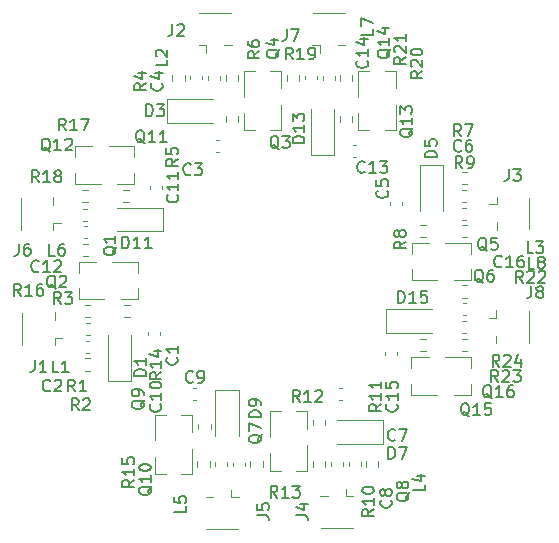
<source format=gbr>
%TF.GenerationSoftware,KiCad,Pcbnew,5.1.7-a382d34a8~87~ubuntu20.04.1*%
%TF.CreationDate,2021-02-25T10:09:00+00:00*%
%TF.ProjectId,UFOPulse,55464f50-756c-4736-952e-6b696361645f,rev?*%
%TF.SameCoordinates,Original*%
%TF.FileFunction,Legend,Top*%
%TF.FilePolarity,Positive*%
%FSLAX46Y46*%
G04 Gerber Fmt 4.6, Leading zero omitted, Abs format (unit mm)*
G04 Created by KiCad (PCBNEW 5.1.7-a382d34a8~87~ubuntu20.04.1) date 2021-02-25 10:09:00*
%MOMM*%
%LPD*%
G01*
G04 APERTURE LIST*
%ADD10C,0.120000*%
%ADD11C,0.150000*%
G04 APERTURE END LIST*
D10*
%TO.C,R24*%
X156737258Y-110877500D02*
X156262742Y-110877500D01*
X156737258Y-111922500D02*
X156262742Y-111922500D01*
%TO.C,R23*%
X153212258Y-110877500D02*
X152737742Y-110877500D01*
X153212258Y-111922500D02*
X152737742Y-111922500D01*
%TO.C,R22*%
X156737258Y-106377500D02*
X156262742Y-106377500D01*
X156737258Y-107422500D02*
X156262742Y-107422500D01*
%TO.C,R21*%
X145977500Y-88562742D02*
X145977500Y-89037258D01*
X147022500Y-88562742D02*
X147022500Y-89037258D01*
%TO.C,R20*%
X145977500Y-92062742D02*
X145977500Y-92537258D01*
X147022500Y-92062742D02*
X147022500Y-92537258D01*
%TO.C,R19*%
X141477500Y-88562742D02*
X141477500Y-89037258D01*
X142522500Y-88562742D02*
X142522500Y-89037258D01*
%TO.C,R18*%
X124137742Y-99322500D02*
X124612258Y-99322500D01*
X124137742Y-98277500D02*
X124612258Y-98277500D01*
%TO.C,R17*%
X127637742Y-99322500D02*
X128112258Y-99322500D01*
X127637742Y-98277500D02*
X128112258Y-98277500D01*
%TO.C,R16*%
X124187742Y-103922500D02*
X124662258Y-103922500D01*
X124187742Y-102877500D02*
X124662258Y-102877500D01*
%TO.C,R15*%
X134922500Y-121762258D02*
X134922500Y-121287742D01*
X133877500Y-121762258D02*
X133877500Y-121287742D01*
%TO.C,R14*%
X135022500Y-118562258D02*
X135022500Y-118087742D01*
X133977500Y-118562258D02*
X133977500Y-118087742D01*
%TO.C,R13*%
X139422500Y-121737258D02*
X139422500Y-121262742D01*
X138377500Y-121737258D02*
X138377500Y-121262742D01*
%TO.C,R12*%
X144722500Y-121737258D02*
X144722500Y-121262742D01*
X143677500Y-121737258D02*
X143677500Y-121262742D01*
%TO.C,R11*%
X144722500Y-118237258D02*
X144722500Y-117762742D01*
X143677500Y-118237258D02*
X143677500Y-117762742D01*
%TO.C,R10*%
X149222501Y-121737258D02*
X149222501Y-121262742D01*
X148177501Y-121737258D02*
X148177501Y-121262742D01*
%TO.C,R9*%
X156762258Y-101277500D02*
X156287742Y-101277500D01*
X156762258Y-102322500D02*
X156287742Y-102322500D01*
%TO.C,R8*%
X153212258Y-101277500D02*
X152737742Y-101277500D01*
X153212258Y-102322500D02*
X152737742Y-102322500D01*
%TO.C,R7*%
X156737258Y-96777500D02*
X156262742Y-96777500D01*
X156737258Y-97822500D02*
X156262742Y-97822500D01*
%TO.C,R6*%
X136277501Y-88562742D02*
X136277501Y-89037258D01*
X137322501Y-88562742D02*
X137322501Y-89037258D01*
%TO.C,R5*%
X136277500Y-92062742D02*
X136277500Y-92537258D01*
X137322500Y-92062742D02*
X137322500Y-92537258D01*
%TO.C,R4*%
X131777500Y-88562742D02*
X131777500Y-89037258D01*
X132822500Y-88562742D02*
X132822500Y-89037258D01*
%TO.C,R3*%
X124366130Y-109096660D02*
X124840646Y-109096660D01*
X124366130Y-108051660D02*
X124840646Y-108051660D01*
%TO.C,R2*%
X127691130Y-109096660D02*
X128165646Y-109096660D01*
X127691130Y-108051660D02*
X128165646Y-108051660D01*
%TO.C,R1*%
X124341129Y-113596659D02*
X124815645Y-113596659D01*
X124341129Y-112551659D02*
X124815645Y-112551659D01*
%TO.C,Q16*%
X157060000Y-115630000D02*
X155600000Y-115630000D01*
X157060000Y-112470000D02*
X154900000Y-112470000D01*
X157060000Y-112470000D02*
X157060000Y-113400000D01*
X157060000Y-115630000D02*
X157060000Y-114700000D01*
%TO.C,Q15*%
X152020000Y-112470000D02*
X153480000Y-112470000D01*
X152020000Y-115630000D02*
X154180000Y-115630000D01*
X152020000Y-115630000D02*
X152020000Y-114700000D01*
X152020000Y-112470000D02*
X152020000Y-113400000D01*
%TO.C,Q14*%
X150680000Y-88240000D02*
X150680000Y-89700000D01*
X147520000Y-88240000D02*
X147520000Y-90400000D01*
X147520000Y-88240000D02*
X148450000Y-88240000D01*
X150680000Y-88240000D02*
X149750000Y-88240000D01*
%TO.C,Q13*%
X147520000Y-93260000D02*
X147520000Y-91800000D01*
X150680000Y-93260000D02*
X150680000Y-91100000D01*
X150680000Y-93260000D02*
X149750000Y-93260000D01*
X147520000Y-93260000D02*
X148450000Y-93260000D01*
%TO.C,Q12*%
X123540000Y-94620000D02*
X125000000Y-94620000D01*
X123540000Y-97780000D02*
X125700000Y-97780000D01*
X123540000Y-97780000D02*
X123540000Y-96850000D01*
X123540000Y-94620000D02*
X123540000Y-95550000D01*
%TO.C,Q11*%
X128560000Y-97780000D02*
X127100000Y-97780000D01*
X128560000Y-94620000D02*
X126400000Y-94620000D01*
X128560000Y-94620000D02*
X128560000Y-95550000D01*
X128560000Y-97780000D02*
X128560000Y-96850000D01*
%TO.C,Q10*%
X130270000Y-122359999D02*
X130270000Y-120899999D01*
X133430000Y-122359999D02*
X133430000Y-120199999D01*
X133430000Y-122359999D02*
X132500000Y-122359999D01*
X130270000Y-122359999D02*
X131200000Y-122359999D01*
%TO.C,Q9*%
X133430000Y-117340000D02*
X133430000Y-118800000D01*
X130270000Y-117340000D02*
X130270000Y-119500000D01*
X130270000Y-117340000D02*
X131200000Y-117340000D01*
X133430000Y-117340000D02*
X132500000Y-117340000D01*
%TO.C,Q8*%
X140020000Y-122060000D02*
X140020000Y-120600000D01*
X143180000Y-122060000D02*
X143180000Y-119900000D01*
X143180000Y-122060000D02*
X142250000Y-122060000D01*
X140020000Y-122060000D02*
X140950000Y-122060000D01*
%TO.C,Q7*%
X143180000Y-117039999D02*
X143180000Y-118499999D01*
X140020000Y-117039999D02*
X140020000Y-119199999D01*
X140020000Y-117039999D02*
X140950000Y-117039999D01*
X143180000Y-117039999D02*
X142250000Y-117039999D01*
%TO.C,Q6*%
X157060000Y-105920000D02*
X155600000Y-105920000D01*
X157060000Y-102760000D02*
X154900000Y-102760000D01*
X157060000Y-102760000D02*
X157060000Y-103690000D01*
X157060000Y-105920000D02*
X157060000Y-104990000D01*
%TO.C,Q5*%
X152040000Y-102760000D02*
X153500000Y-102760000D01*
X152040000Y-105920000D02*
X154200000Y-105920000D01*
X152040000Y-105920000D02*
X152040000Y-104990000D01*
X152040000Y-102760000D02*
X152040000Y-103690000D01*
%TO.C,Q4*%
X140980000Y-88240000D02*
X140980000Y-89700000D01*
X137820000Y-88240000D02*
X137820000Y-90400000D01*
X137820000Y-88240000D02*
X138750000Y-88240000D01*
X140980000Y-88240000D02*
X140050000Y-88240000D01*
%TO.C,Q3*%
X137820000Y-93260000D02*
X137820000Y-91800000D01*
X140980000Y-93260000D02*
X140980000Y-91100000D01*
X140980000Y-93260000D02*
X140050000Y-93260000D01*
X137820000Y-93260000D02*
X138750000Y-93260000D01*
%TO.C,Q2*%
X123843388Y-104394159D02*
X125303388Y-104394159D01*
X123843388Y-107554159D02*
X126003388Y-107554159D01*
X123843388Y-107554159D02*
X123843388Y-106624159D01*
X123843388Y-104394159D02*
X123843388Y-105324159D01*
%TO.C,Q1*%
X128863388Y-107554159D02*
X127403388Y-107554159D01*
X128863388Y-104394159D02*
X126703388Y-104394159D01*
X128863388Y-104394159D02*
X128863388Y-105324159D01*
X128863388Y-107554159D02*
X128863388Y-106624159D01*
%TO.C,L8*%
X156662780Y-109390000D02*
X156337222Y-109390000D01*
X156662780Y-110410000D02*
X156337222Y-110410000D01*
%TO.C,L7*%
X144490000Y-88637221D02*
X144490000Y-88962779D01*
X145510000Y-88637221D02*
X145510000Y-88962779D01*
%TO.C,L6*%
X124237221Y-100910000D02*
X124562779Y-100910000D01*
X124237221Y-99890000D02*
X124562779Y-99890000D01*
%TO.C,L5*%
X136410000Y-121675277D02*
X136410000Y-121349719D01*
X135390000Y-121675277D02*
X135390000Y-121349719D01*
%TO.C,L4*%
X146210000Y-121662779D02*
X146210000Y-121337221D01*
X145190000Y-121662779D02*
X145190000Y-121337221D01*
%TO.C,L3*%
X156662779Y-99790000D02*
X156337221Y-99790000D01*
X156662779Y-100810000D02*
X156337221Y-100810000D01*
%TO.C,L2*%
X134789999Y-88637221D02*
X134789999Y-88962779D01*
X135809999Y-88637221D02*
X135809999Y-88962779D01*
%TO.C,L1*%
X124440609Y-110584160D02*
X124766167Y-110584160D01*
X124440609Y-109564160D02*
X124766167Y-109564160D01*
%TO.C,J8*%
X159215000Y-108500000D02*
X159215000Y-109140000D01*
X159215000Y-111300000D02*
X159215000Y-110660000D01*
X159215000Y-109140000D02*
X158585000Y-109140000D01*
X161935000Y-108550000D02*
X161935000Y-111250000D01*
%TO.C,J7*%
X143610001Y-86065000D02*
X144250001Y-86065000D01*
X146410001Y-86065000D02*
X145770001Y-86065000D01*
X144250001Y-86065000D02*
X144250001Y-86695000D01*
X143660001Y-83345000D02*
X146360001Y-83345000D01*
%TO.C,J6*%
X121685000Y-101700000D02*
X121685000Y-101060000D01*
X121685000Y-98900000D02*
X121685000Y-99540000D01*
X121685000Y-101060000D02*
X122315000Y-101060000D01*
X118965000Y-101650000D02*
X118965000Y-98950000D01*
%TO.C,J5*%
X137400000Y-124315000D02*
X136760000Y-124315000D01*
X134600000Y-124315000D02*
X135240000Y-124315000D01*
X136760000Y-124315000D02*
X136760000Y-123685000D01*
X137350000Y-127035000D02*
X134650000Y-127035000D01*
%TO.C,J4*%
X147100000Y-124215000D02*
X146460000Y-124215000D01*
X144300000Y-124215000D02*
X144940000Y-124215000D01*
X146460000Y-124215000D02*
X146460000Y-123585000D01*
X147050000Y-126935000D02*
X144350000Y-126935000D01*
%TO.C,J3*%
X159235000Y-98890000D02*
X159235000Y-99530000D01*
X159235000Y-101690000D02*
X159235000Y-101050000D01*
X159235000Y-99530000D02*
X158605000Y-99530000D01*
X161955000Y-98940000D02*
X161955000Y-101640000D01*
%TO.C,J2*%
X134000000Y-86054999D02*
X134640000Y-86054999D01*
X136800000Y-86054999D02*
X136160000Y-86054999D01*
X134640000Y-86054999D02*
X134640000Y-86684999D01*
X134050000Y-83334999D02*
X136750000Y-83334999D01*
%TO.C,J1*%
X121800520Y-111465454D02*
X121800520Y-110825454D01*
X121800520Y-108665454D02*
X121800520Y-109305454D01*
X121800520Y-110825454D02*
X122430520Y-110825454D01*
X119080520Y-111415454D02*
X119080520Y-108715454D01*
%TO.C,D15*%
X149850000Y-108400000D02*
X153750000Y-108400000D01*
X149850000Y-110400000D02*
X153750000Y-110400000D01*
X149850000Y-108400000D02*
X149850000Y-110400000D01*
%TO.C,D13*%
X143500000Y-95350000D02*
X143500000Y-91450000D01*
X145500000Y-95350000D02*
X145500000Y-91450000D01*
X143500000Y-95350000D02*
X145500000Y-95350000D01*
%TO.C,D11*%
X131000000Y-101800000D02*
X127100000Y-101800000D01*
X131000000Y-99800000D02*
X127100000Y-99800000D01*
X131000000Y-101800000D02*
X131000000Y-99800000D01*
%TO.C,D9*%
X137400000Y-115200000D02*
X137400000Y-119100000D01*
X135400000Y-115200000D02*
X135400000Y-119100000D01*
X137400000Y-115200000D02*
X135400000Y-115200000D01*
%TO.C,D7*%
X149650000Y-119800000D02*
X145750000Y-119800000D01*
X149650000Y-117800000D02*
X145750000Y-117800000D01*
X149650000Y-119800000D02*
X149650000Y-117800000D01*
%TO.C,D5*%
X154700000Y-96150000D02*
X154700000Y-100050000D01*
X152700000Y-96150000D02*
X152700000Y-100050000D01*
X154700000Y-96150000D02*
X152700000Y-96150000D01*
%TO.C,D3*%
X131350000Y-90600000D02*
X135250000Y-90600000D01*
X131350000Y-92600000D02*
X135250000Y-92600000D01*
X131350000Y-90600000D02*
X131350000Y-92600000D01*
%TO.C,D1*%
X126300000Y-114450000D02*
X126300000Y-110550000D01*
X128300000Y-114450000D02*
X128300000Y-110550000D01*
X126300000Y-114450000D02*
X128300000Y-114450000D01*
%TO.C,C16*%
X156640580Y-107890000D02*
X156359420Y-107890000D01*
X156640580Y-108910000D02*
X156359420Y-108910000D01*
%TO.C,C15*%
X150810000Y-112315580D02*
X150810000Y-112034420D01*
X149790000Y-112315580D02*
X149790000Y-112034420D01*
%TO.C,C14*%
X142990000Y-88659420D02*
X142990000Y-88940580D01*
X144010000Y-88659420D02*
X144010000Y-88940580D01*
%TO.C,C13*%
X147340580Y-94490000D02*
X147059420Y-94490000D01*
X147340580Y-95510000D02*
X147059420Y-95510000D01*
%TO.C,C12*%
X124259420Y-102410000D02*
X124540580Y-102410000D01*
X124259420Y-101390000D02*
X124540580Y-101390000D01*
%TO.C,C11*%
X129890000Y-97934420D02*
X129890000Y-98215580D01*
X130910000Y-97934420D02*
X130910000Y-98215580D01*
%TO.C,C10*%
X137910000Y-121665580D02*
X137910000Y-121384420D01*
X136890000Y-121665580D02*
X136890000Y-121384420D01*
%TO.C,C9*%
X133534420Y-116110000D02*
X133815580Y-116110000D01*
X133534420Y-115090000D02*
X133815580Y-115090000D01*
%TO.C,C8*%
X147709999Y-121640580D02*
X147709999Y-121359420D01*
X146689999Y-121640580D02*
X146689999Y-121359420D01*
%TO.C,C7*%
X145859420Y-116110000D02*
X146140580Y-116110000D01*
X145859420Y-115090000D02*
X146140580Y-115090000D01*
%TO.C,C6*%
X156615580Y-98290000D02*
X156334420Y-98290000D01*
X156615580Y-99310000D02*
X156334420Y-99310000D01*
%TO.C,C5*%
X151210000Y-99615580D02*
X151210000Y-99334420D01*
X150190000Y-99615580D02*
X150190000Y-99334420D01*
%TO.C,C4*%
X133290000Y-88659420D02*
X133290000Y-88940580D01*
X134310000Y-88659420D02*
X134310000Y-88940580D01*
%TO.C,C3*%
X135740580Y-94090000D02*
X135459420Y-94090000D01*
X135740580Y-95110000D02*
X135459420Y-95110000D01*
%TO.C,C2*%
X124437807Y-112084159D02*
X124718967Y-112084159D01*
X124437807Y-111064159D02*
X124718967Y-111064159D01*
%TO.C,C1*%
X129690000Y-110284420D02*
X129690000Y-110565580D01*
X130710000Y-110284420D02*
X130710000Y-110565580D01*
%TO.C,R24*%
D11*
X159457142Y-113252380D02*
X159123809Y-112776190D01*
X158885714Y-113252380D02*
X158885714Y-112252380D01*
X159266666Y-112252380D01*
X159361904Y-112300000D01*
X159409523Y-112347619D01*
X159457142Y-112442857D01*
X159457142Y-112585714D01*
X159409523Y-112680952D01*
X159361904Y-112728571D01*
X159266666Y-112776190D01*
X158885714Y-112776190D01*
X159838095Y-112347619D02*
X159885714Y-112300000D01*
X159980952Y-112252380D01*
X160219047Y-112252380D01*
X160314285Y-112300000D01*
X160361904Y-112347619D01*
X160409523Y-112442857D01*
X160409523Y-112538095D01*
X160361904Y-112680952D01*
X159790476Y-113252380D01*
X160409523Y-113252380D01*
X161266666Y-112585714D02*
X161266666Y-113252380D01*
X161028571Y-112204761D02*
X160790476Y-112919047D01*
X161409523Y-112919047D01*
%TO.C,R23*%
X159357142Y-114552380D02*
X159023809Y-114076190D01*
X158785714Y-114552380D02*
X158785714Y-113552380D01*
X159166666Y-113552380D01*
X159261904Y-113600000D01*
X159309523Y-113647619D01*
X159357142Y-113742857D01*
X159357142Y-113885714D01*
X159309523Y-113980952D01*
X159261904Y-114028571D01*
X159166666Y-114076190D01*
X158785714Y-114076190D01*
X159738095Y-113647619D02*
X159785714Y-113600000D01*
X159880952Y-113552380D01*
X160119047Y-113552380D01*
X160214285Y-113600000D01*
X160261904Y-113647619D01*
X160309523Y-113742857D01*
X160309523Y-113838095D01*
X160261904Y-113980952D01*
X159690476Y-114552380D01*
X160309523Y-114552380D01*
X160642857Y-113552380D02*
X161261904Y-113552380D01*
X160928571Y-113933333D01*
X161071428Y-113933333D01*
X161166666Y-113980952D01*
X161214285Y-114028571D01*
X161261904Y-114123809D01*
X161261904Y-114361904D01*
X161214285Y-114457142D01*
X161166666Y-114504761D01*
X161071428Y-114552380D01*
X160785714Y-114552380D01*
X160690476Y-114504761D01*
X160642857Y-114457142D01*
%TO.C,R22*%
X161457142Y-106152380D02*
X161123809Y-105676190D01*
X160885714Y-106152380D02*
X160885714Y-105152380D01*
X161266666Y-105152380D01*
X161361904Y-105200000D01*
X161409523Y-105247619D01*
X161457142Y-105342857D01*
X161457142Y-105485714D01*
X161409523Y-105580952D01*
X161361904Y-105628571D01*
X161266666Y-105676190D01*
X160885714Y-105676190D01*
X161838095Y-105247619D02*
X161885714Y-105200000D01*
X161980952Y-105152380D01*
X162219047Y-105152380D01*
X162314285Y-105200000D01*
X162361904Y-105247619D01*
X162409523Y-105342857D01*
X162409523Y-105438095D01*
X162361904Y-105580952D01*
X161790476Y-106152380D01*
X162409523Y-106152380D01*
X162790476Y-105247619D02*
X162838095Y-105200000D01*
X162933333Y-105152380D01*
X163171428Y-105152380D01*
X163266666Y-105200000D01*
X163314285Y-105247619D01*
X163361904Y-105342857D01*
X163361904Y-105438095D01*
X163314285Y-105580952D01*
X162742857Y-106152380D01*
X163361904Y-106152380D01*
%TO.C,R21*%
X151552380Y-87042857D02*
X151076190Y-87376190D01*
X151552380Y-87614285D02*
X150552380Y-87614285D01*
X150552380Y-87233333D01*
X150600000Y-87138095D01*
X150647619Y-87090476D01*
X150742857Y-87042857D01*
X150885714Y-87042857D01*
X150980952Y-87090476D01*
X151028571Y-87138095D01*
X151076190Y-87233333D01*
X151076190Y-87614285D01*
X150647619Y-86661904D02*
X150600000Y-86614285D01*
X150552380Y-86519047D01*
X150552380Y-86280952D01*
X150600000Y-86185714D01*
X150647619Y-86138095D01*
X150742857Y-86090476D01*
X150838095Y-86090476D01*
X150980952Y-86138095D01*
X151552380Y-86709523D01*
X151552380Y-86090476D01*
X151552380Y-85138095D02*
X151552380Y-85709523D01*
X151552380Y-85423809D02*
X150552380Y-85423809D01*
X150695238Y-85519047D01*
X150790476Y-85614285D01*
X150838095Y-85709523D01*
%TO.C,R20*%
X152952380Y-88242857D02*
X152476190Y-88576190D01*
X152952380Y-88814285D02*
X151952380Y-88814285D01*
X151952380Y-88433333D01*
X152000000Y-88338095D01*
X152047619Y-88290476D01*
X152142857Y-88242857D01*
X152285714Y-88242857D01*
X152380952Y-88290476D01*
X152428571Y-88338095D01*
X152476190Y-88433333D01*
X152476190Y-88814285D01*
X152047619Y-87861904D02*
X152000000Y-87814285D01*
X151952380Y-87719047D01*
X151952380Y-87480952D01*
X152000000Y-87385714D01*
X152047619Y-87338095D01*
X152142857Y-87290476D01*
X152238095Y-87290476D01*
X152380952Y-87338095D01*
X152952380Y-87909523D01*
X152952380Y-87290476D01*
X151952380Y-86671428D02*
X151952380Y-86576190D01*
X152000000Y-86480952D01*
X152047619Y-86433333D01*
X152142857Y-86385714D01*
X152333333Y-86338095D01*
X152571428Y-86338095D01*
X152761904Y-86385714D01*
X152857142Y-86433333D01*
X152904761Y-86480952D01*
X152952380Y-86576190D01*
X152952380Y-86671428D01*
X152904761Y-86766666D01*
X152857142Y-86814285D01*
X152761904Y-86861904D01*
X152571428Y-86909523D01*
X152333333Y-86909523D01*
X152142857Y-86861904D01*
X152047619Y-86814285D01*
X152000000Y-86766666D01*
X151952380Y-86671428D01*
%TO.C,R19*%
X141957142Y-87252380D02*
X141623809Y-86776190D01*
X141385714Y-87252380D02*
X141385714Y-86252380D01*
X141766666Y-86252380D01*
X141861904Y-86300000D01*
X141909523Y-86347619D01*
X141957142Y-86442857D01*
X141957142Y-86585714D01*
X141909523Y-86680952D01*
X141861904Y-86728571D01*
X141766666Y-86776190D01*
X141385714Y-86776190D01*
X142909523Y-87252380D02*
X142338095Y-87252380D01*
X142623809Y-87252380D02*
X142623809Y-86252380D01*
X142528571Y-86395238D01*
X142433333Y-86490476D01*
X142338095Y-86538095D01*
X143385714Y-87252380D02*
X143576190Y-87252380D01*
X143671428Y-87204761D01*
X143719047Y-87157142D01*
X143814285Y-87014285D01*
X143861904Y-86823809D01*
X143861904Y-86442857D01*
X143814285Y-86347619D01*
X143766666Y-86300000D01*
X143671428Y-86252380D01*
X143480952Y-86252380D01*
X143385714Y-86300000D01*
X143338095Y-86347619D01*
X143290476Y-86442857D01*
X143290476Y-86680952D01*
X143338095Y-86776190D01*
X143385714Y-86823809D01*
X143480952Y-86871428D01*
X143671428Y-86871428D01*
X143766666Y-86823809D01*
X143814285Y-86776190D01*
X143861904Y-86680952D01*
%TO.C,R18*%
X120457142Y-97652380D02*
X120123809Y-97176190D01*
X119885714Y-97652380D02*
X119885714Y-96652380D01*
X120266666Y-96652380D01*
X120361904Y-96700000D01*
X120409523Y-96747619D01*
X120457142Y-96842857D01*
X120457142Y-96985714D01*
X120409523Y-97080952D01*
X120361904Y-97128571D01*
X120266666Y-97176190D01*
X119885714Y-97176190D01*
X121409523Y-97652380D02*
X120838095Y-97652380D01*
X121123809Y-97652380D02*
X121123809Y-96652380D01*
X121028571Y-96795238D01*
X120933333Y-96890476D01*
X120838095Y-96938095D01*
X121980952Y-97080952D02*
X121885714Y-97033333D01*
X121838095Y-96985714D01*
X121790476Y-96890476D01*
X121790476Y-96842857D01*
X121838095Y-96747619D01*
X121885714Y-96700000D01*
X121980952Y-96652380D01*
X122171428Y-96652380D01*
X122266666Y-96700000D01*
X122314285Y-96747619D01*
X122361904Y-96842857D01*
X122361904Y-96890476D01*
X122314285Y-96985714D01*
X122266666Y-97033333D01*
X122171428Y-97080952D01*
X121980952Y-97080952D01*
X121885714Y-97128571D01*
X121838095Y-97176190D01*
X121790476Y-97271428D01*
X121790476Y-97461904D01*
X121838095Y-97557142D01*
X121885714Y-97604761D01*
X121980952Y-97652380D01*
X122171428Y-97652380D01*
X122266666Y-97604761D01*
X122314285Y-97557142D01*
X122361904Y-97461904D01*
X122361904Y-97271428D01*
X122314285Y-97176190D01*
X122266666Y-97128571D01*
X122171428Y-97080952D01*
%TO.C,R17*%
X122757142Y-93252380D02*
X122423809Y-92776190D01*
X122185714Y-93252380D02*
X122185714Y-92252380D01*
X122566666Y-92252380D01*
X122661904Y-92300000D01*
X122709523Y-92347619D01*
X122757142Y-92442857D01*
X122757142Y-92585714D01*
X122709523Y-92680952D01*
X122661904Y-92728571D01*
X122566666Y-92776190D01*
X122185714Y-92776190D01*
X123709523Y-93252380D02*
X123138095Y-93252380D01*
X123423809Y-93252380D02*
X123423809Y-92252380D01*
X123328571Y-92395238D01*
X123233333Y-92490476D01*
X123138095Y-92538095D01*
X124042857Y-92252380D02*
X124709523Y-92252380D01*
X124280952Y-93252380D01*
%TO.C,R16*%
X118957142Y-107252380D02*
X118623809Y-106776190D01*
X118385714Y-107252380D02*
X118385714Y-106252380D01*
X118766666Y-106252380D01*
X118861904Y-106300000D01*
X118909523Y-106347619D01*
X118957142Y-106442857D01*
X118957142Y-106585714D01*
X118909523Y-106680952D01*
X118861904Y-106728571D01*
X118766666Y-106776190D01*
X118385714Y-106776190D01*
X119909523Y-107252380D02*
X119338095Y-107252380D01*
X119623809Y-107252380D02*
X119623809Y-106252380D01*
X119528571Y-106395238D01*
X119433333Y-106490476D01*
X119338095Y-106538095D01*
X120766666Y-106252380D02*
X120576190Y-106252380D01*
X120480952Y-106300000D01*
X120433333Y-106347619D01*
X120338095Y-106490476D01*
X120290476Y-106680952D01*
X120290476Y-107061904D01*
X120338095Y-107157142D01*
X120385714Y-107204761D01*
X120480952Y-107252380D01*
X120671428Y-107252380D01*
X120766666Y-107204761D01*
X120814285Y-107157142D01*
X120861904Y-107061904D01*
X120861904Y-106823809D01*
X120814285Y-106728571D01*
X120766666Y-106680952D01*
X120671428Y-106633333D01*
X120480952Y-106633333D01*
X120385714Y-106680952D01*
X120338095Y-106728571D01*
X120290476Y-106823809D01*
%TO.C,R15*%
X128552380Y-122842857D02*
X128076190Y-123176190D01*
X128552380Y-123414285D02*
X127552380Y-123414285D01*
X127552380Y-123033333D01*
X127600000Y-122938095D01*
X127647619Y-122890476D01*
X127742857Y-122842857D01*
X127885714Y-122842857D01*
X127980952Y-122890476D01*
X128028571Y-122938095D01*
X128076190Y-123033333D01*
X128076190Y-123414285D01*
X128552380Y-121890476D02*
X128552380Y-122461904D01*
X128552380Y-122176190D02*
X127552380Y-122176190D01*
X127695238Y-122271428D01*
X127790476Y-122366666D01*
X127838095Y-122461904D01*
X127552380Y-120985714D02*
X127552380Y-121461904D01*
X128028571Y-121509523D01*
X127980952Y-121461904D01*
X127933333Y-121366666D01*
X127933333Y-121128571D01*
X127980952Y-121033333D01*
X128028571Y-120985714D01*
X128123809Y-120938095D01*
X128361904Y-120938095D01*
X128457142Y-120985714D01*
X128504761Y-121033333D01*
X128552380Y-121128571D01*
X128552380Y-121366666D01*
X128504761Y-121461904D01*
X128457142Y-121509523D01*
%TO.C,R14*%
X130852380Y-113742857D02*
X130376190Y-114076190D01*
X130852380Y-114314285D02*
X129852380Y-114314285D01*
X129852380Y-113933333D01*
X129900000Y-113838095D01*
X129947619Y-113790476D01*
X130042857Y-113742857D01*
X130185714Y-113742857D01*
X130280952Y-113790476D01*
X130328571Y-113838095D01*
X130376190Y-113933333D01*
X130376190Y-114314285D01*
X130852380Y-112790476D02*
X130852380Y-113361904D01*
X130852380Y-113076190D02*
X129852380Y-113076190D01*
X129995238Y-113171428D01*
X130090476Y-113266666D01*
X130138095Y-113361904D01*
X130185714Y-111933333D02*
X130852380Y-111933333D01*
X129804761Y-112171428D02*
X130519047Y-112409523D01*
X130519047Y-111790476D01*
%TO.C,R13*%
X140657142Y-124352380D02*
X140323809Y-123876190D01*
X140085714Y-124352380D02*
X140085714Y-123352380D01*
X140466666Y-123352380D01*
X140561904Y-123400000D01*
X140609523Y-123447619D01*
X140657142Y-123542857D01*
X140657142Y-123685714D01*
X140609523Y-123780952D01*
X140561904Y-123828571D01*
X140466666Y-123876190D01*
X140085714Y-123876190D01*
X141609523Y-124352380D02*
X141038095Y-124352380D01*
X141323809Y-124352380D02*
X141323809Y-123352380D01*
X141228571Y-123495238D01*
X141133333Y-123590476D01*
X141038095Y-123638095D01*
X141942857Y-123352380D02*
X142561904Y-123352380D01*
X142228571Y-123733333D01*
X142371428Y-123733333D01*
X142466666Y-123780952D01*
X142514285Y-123828571D01*
X142561904Y-123923809D01*
X142561904Y-124161904D01*
X142514285Y-124257142D01*
X142466666Y-124304761D01*
X142371428Y-124352380D01*
X142085714Y-124352380D01*
X141990476Y-124304761D01*
X141942857Y-124257142D01*
%TO.C,R12*%
X142557142Y-116252380D02*
X142223809Y-115776190D01*
X141985714Y-116252380D02*
X141985714Y-115252380D01*
X142366666Y-115252380D01*
X142461904Y-115300000D01*
X142509523Y-115347619D01*
X142557142Y-115442857D01*
X142557142Y-115585714D01*
X142509523Y-115680952D01*
X142461904Y-115728571D01*
X142366666Y-115776190D01*
X141985714Y-115776190D01*
X143509523Y-116252380D02*
X142938095Y-116252380D01*
X143223809Y-116252380D02*
X143223809Y-115252380D01*
X143128571Y-115395238D01*
X143033333Y-115490476D01*
X142938095Y-115538095D01*
X143890476Y-115347619D02*
X143938095Y-115300000D01*
X144033333Y-115252380D01*
X144271428Y-115252380D01*
X144366666Y-115300000D01*
X144414285Y-115347619D01*
X144461904Y-115442857D01*
X144461904Y-115538095D01*
X144414285Y-115680952D01*
X143842857Y-116252380D01*
X144461904Y-116252380D01*
%TO.C,R11*%
X149452380Y-116442857D02*
X148976190Y-116776190D01*
X149452380Y-117014285D02*
X148452380Y-117014285D01*
X148452380Y-116633333D01*
X148500000Y-116538095D01*
X148547619Y-116490476D01*
X148642857Y-116442857D01*
X148785714Y-116442857D01*
X148880952Y-116490476D01*
X148928571Y-116538095D01*
X148976190Y-116633333D01*
X148976190Y-117014285D01*
X149452380Y-115490476D02*
X149452380Y-116061904D01*
X149452380Y-115776190D02*
X148452380Y-115776190D01*
X148595238Y-115871428D01*
X148690476Y-115966666D01*
X148738095Y-116061904D01*
X149452380Y-114538095D02*
X149452380Y-115109523D01*
X149452380Y-114823809D02*
X148452380Y-114823809D01*
X148595238Y-114919047D01*
X148690476Y-115014285D01*
X148738095Y-115109523D01*
%TO.C,R10*%
X148852380Y-125342857D02*
X148376190Y-125676190D01*
X148852380Y-125914285D02*
X147852380Y-125914285D01*
X147852380Y-125533333D01*
X147900000Y-125438095D01*
X147947619Y-125390476D01*
X148042857Y-125342857D01*
X148185714Y-125342857D01*
X148280952Y-125390476D01*
X148328571Y-125438095D01*
X148376190Y-125533333D01*
X148376190Y-125914285D01*
X148852380Y-124390476D02*
X148852380Y-124961904D01*
X148852380Y-124676190D02*
X147852380Y-124676190D01*
X147995238Y-124771428D01*
X148090476Y-124866666D01*
X148138095Y-124961904D01*
X147852380Y-123771428D02*
X147852380Y-123676190D01*
X147900000Y-123580952D01*
X147947619Y-123533333D01*
X148042857Y-123485714D01*
X148233333Y-123438095D01*
X148471428Y-123438095D01*
X148661904Y-123485714D01*
X148757142Y-123533333D01*
X148804761Y-123580952D01*
X148852380Y-123676190D01*
X148852380Y-123771428D01*
X148804761Y-123866666D01*
X148757142Y-123914285D01*
X148661904Y-123961904D01*
X148471428Y-124009523D01*
X148233333Y-124009523D01*
X148042857Y-123961904D01*
X147947619Y-123914285D01*
X147900000Y-123866666D01*
X147852380Y-123771428D01*
%TO.C,R9*%
X156333333Y-96452380D02*
X156000000Y-95976190D01*
X155761904Y-96452380D02*
X155761904Y-95452380D01*
X156142857Y-95452380D01*
X156238095Y-95500000D01*
X156285714Y-95547619D01*
X156333333Y-95642857D01*
X156333333Y-95785714D01*
X156285714Y-95880952D01*
X156238095Y-95928571D01*
X156142857Y-95976190D01*
X155761904Y-95976190D01*
X156809523Y-96452380D02*
X157000000Y-96452380D01*
X157095238Y-96404761D01*
X157142857Y-96357142D01*
X157238095Y-96214285D01*
X157285714Y-96023809D01*
X157285714Y-95642857D01*
X157238095Y-95547619D01*
X157190476Y-95500000D01*
X157095238Y-95452380D01*
X156904761Y-95452380D01*
X156809523Y-95500000D01*
X156761904Y-95547619D01*
X156714285Y-95642857D01*
X156714285Y-95880952D01*
X156761904Y-95976190D01*
X156809523Y-96023809D01*
X156904761Y-96071428D01*
X157095238Y-96071428D01*
X157190476Y-96023809D01*
X157238095Y-95976190D01*
X157285714Y-95880952D01*
%TO.C,R8*%
X151552380Y-102666666D02*
X151076190Y-103000000D01*
X151552380Y-103238095D02*
X150552380Y-103238095D01*
X150552380Y-102857142D01*
X150600000Y-102761904D01*
X150647619Y-102714285D01*
X150742857Y-102666666D01*
X150885714Y-102666666D01*
X150980952Y-102714285D01*
X151028571Y-102761904D01*
X151076190Y-102857142D01*
X151076190Y-103238095D01*
X150980952Y-102095238D02*
X150933333Y-102190476D01*
X150885714Y-102238095D01*
X150790476Y-102285714D01*
X150742857Y-102285714D01*
X150647619Y-102238095D01*
X150600000Y-102190476D01*
X150552380Y-102095238D01*
X150552380Y-101904761D01*
X150600000Y-101809523D01*
X150647619Y-101761904D01*
X150742857Y-101714285D01*
X150790476Y-101714285D01*
X150885714Y-101761904D01*
X150933333Y-101809523D01*
X150980952Y-101904761D01*
X150980952Y-102095238D01*
X151028571Y-102190476D01*
X151076190Y-102238095D01*
X151171428Y-102285714D01*
X151361904Y-102285714D01*
X151457142Y-102238095D01*
X151504761Y-102190476D01*
X151552380Y-102095238D01*
X151552380Y-101904761D01*
X151504761Y-101809523D01*
X151457142Y-101761904D01*
X151361904Y-101714285D01*
X151171428Y-101714285D01*
X151076190Y-101761904D01*
X151028571Y-101809523D01*
X150980952Y-101904761D01*
%TO.C,R7*%
X156233333Y-93752380D02*
X155900000Y-93276190D01*
X155661904Y-93752380D02*
X155661904Y-92752380D01*
X156042857Y-92752380D01*
X156138095Y-92800000D01*
X156185714Y-92847619D01*
X156233333Y-92942857D01*
X156233333Y-93085714D01*
X156185714Y-93180952D01*
X156138095Y-93228571D01*
X156042857Y-93276190D01*
X155661904Y-93276190D01*
X156566666Y-92752380D02*
X157233333Y-92752380D01*
X156804761Y-93752380D01*
%TO.C,R6*%
X139152380Y-86566666D02*
X138676190Y-86900000D01*
X139152380Y-87138095D02*
X138152380Y-87138095D01*
X138152380Y-86757142D01*
X138200000Y-86661904D01*
X138247619Y-86614285D01*
X138342857Y-86566666D01*
X138485714Y-86566666D01*
X138580952Y-86614285D01*
X138628571Y-86661904D01*
X138676190Y-86757142D01*
X138676190Y-87138095D01*
X138152380Y-85709523D02*
X138152380Y-85900000D01*
X138200000Y-85995238D01*
X138247619Y-86042857D01*
X138390476Y-86138095D01*
X138580952Y-86185714D01*
X138961904Y-86185714D01*
X139057142Y-86138095D01*
X139104761Y-86090476D01*
X139152380Y-85995238D01*
X139152380Y-85804761D01*
X139104761Y-85709523D01*
X139057142Y-85661904D01*
X138961904Y-85614285D01*
X138723809Y-85614285D01*
X138628571Y-85661904D01*
X138580952Y-85709523D01*
X138533333Y-85804761D01*
X138533333Y-85995238D01*
X138580952Y-86090476D01*
X138628571Y-86138095D01*
X138723809Y-86185714D01*
%TO.C,R5*%
X132252380Y-95666666D02*
X131776190Y-96000000D01*
X132252380Y-96238095D02*
X131252380Y-96238095D01*
X131252380Y-95857142D01*
X131300000Y-95761904D01*
X131347619Y-95714285D01*
X131442857Y-95666666D01*
X131585714Y-95666666D01*
X131680952Y-95714285D01*
X131728571Y-95761904D01*
X131776190Y-95857142D01*
X131776190Y-96238095D01*
X131252380Y-94761904D02*
X131252380Y-95238095D01*
X131728571Y-95285714D01*
X131680952Y-95238095D01*
X131633333Y-95142857D01*
X131633333Y-94904761D01*
X131680952Y-94809523D01*
X131728571Y-94761904D01*
X131823809Y-94714285D01*
X132061904Y-94714285D01*
X132157142Y-94761904D01*
X132204761Y-94809523D01*
X132252380Y-94904761D01*
X132252380Y-95142857D01*
X132204761Y-95238095D01*
X132157142Y-95285714D01*
%TO.C,R4*%
X129552380Y-89266666D02*
X129076190Y-89600000D01*
X129552380Y-89838095D02*
X128552380Y-89838095D01*
X128552380Y-89457142D01*
X128600000Y-89361904D01*
X128647619Y-89314285D01*
X128742857Y-89266666D01*
X128885714Y-89266666D01*
X128980952Y-89314285D01*
X129028571Y-89361904D01*
X129076190Y-89457142D01*
X129076190Y-89838095D01*
X128885714Y-88409523D02*
X129552380Y-88409523D01*
X128504761Y-88647619D02*
X129219047Y-88885714D01*
X129219047Y-88266666D01*
%TO.C,R3*%
X122333333Y-107952380D02*
X122000000Y-107476190D01*
X121761904Y-107952380D02*
X121761904Y-106952380D01*
X122142857Y-106952380D01*
X122238095Y-107000000D01*
X122285714Y-107047619D01*
X122333333Y-107142857D01*
X122333333Y-107285714D01*
X122285714Y-107380952D01*
X122238095Y-107428571D01*
X122142857Y-107476190D01*
X121761904Y-107476190D01*
X122666666Y-106952380D02*
X123285714Y-106952380D01*
X122952380Y-107333333D01*
X123095238Y-107333333D01*
X123190476Y-107380952D01*
X123238095Y-107428571D01*
X123285714Y-107523809D01*
X123285714Y-107761904D01*
X123238095Y-107857142D01*
X123190476Y-107904761D01*
X123095238Y-107952380D01*
X122809523Y-107952380D01*
X122714285Y-107904761D01*
X122666666Y-107857142D01*
%TO.C,R2*%
X123833333Y-116952380D02*
X123500000Y-116476190D01*
X123261904Y-116952380D02*
X123261904Y-115952380D01*
X123642857Y-115952380D01*
X123738095Y-116000000D01*
X123785714Y-116047619D01*
X123833333Y-116142857D01*
X123833333Y-116285714D01*
X123785714Y-116380952D01*
X123738095Y-116428571D01*
X123642857Y-116476190D01*
X123261904Y-116476190D01*
X124214285Y-116047619D02*
X124261904Y-116000000D01*
X124357142Y-115952380D01*
X124595238Y-115952380D01*
X124690476Y-116000000D01*
X124738095Y-116047619D01*
X124785714Y-116142857D01*
X124785714Y-116238095D01*
X124738095Y-116380952D01*
X124166666Y-116952380D01*
X124785714Y-116952380D01*
%TO.C,R1*%
X123533333Y-115352380D02*
X123200000Y-114876190D01*
X122961904Y-115352380D02*
X122961904Y-114352380D01*
X123342857Y-114352380D01*
X123438095Y-114400000D01*
X123485714Y-114447619D01*
X123533333Y-114542857D01*
X123533333Y-114685714D01*
X123485714Y-114780952D01*
X123438095Y-114828571D01*
X123342857Y-114876190D01*
X122961904Y-114876190D01*
X124485714Y-115352380D02*
X123914285Y-115352380D01*
X124200000Y-115352380D02*
X124200000Y-114352380D01*
X124104761Y-114495238D01*
X124009523Y-114590476D01*
X123914285Y-114638095D01*
%TO.C,Q16*%
X158828571Y-115947619D02*
X158733333Y-115900000D01*
X158638095Y-115804761D01*
X158495238Y-115661904D01*
X158400000Y-115614285D01*
X158304761Y-115614285D01*
X158352380Y-115852380D02*
X158257142Y-115804761D01*
X158161904Y-115709523D01*
X158114285Y-115519047D01*
X158114285Y-115185714D01*
X158161904Y-114995238D01*
X158257142Y-114900000D01*
X158352380Y-114852380D01*
X158542857Y-114852380D01*
X158638095Y-114900000D01*
X158733333Y-114995238D01*
X158780952Y-115185714D01*
X158780952Y-115519047D01*
X158733333Y-115709523D01*
X158638095Y-115804761D01*
X158542857Y-115852380D01*
X158352380Y-115852380D01*
X159733333Y-115852380D02*
X159161904Y-115852380D01*
X159447619Y-115852380D02*
X159447619Y-114852380D01*
X159352380Y-114995238D01*
X159257142Y-115090476D01*
X159161904Y-115138095D01*
X160590476Y-114852380D02*
X160400000Y-114852380D01*
X160304761Y-114900000D01*
X160257142Y-114947619D01*
X160161904Y-115090476D01*
X160114285Y-115280952D01*
X160114285Y-115661904D01*
X160161904Y-115757142D01*
X160209523Y-115804761D01*
X160304761Y-115852380D01*
X160495238Y-115852380D01*
X160590476Y-115804761D01*
X160638095Y-115757142D01*
X160685714Y-115661904D01*
X160685714Y-115423809D01*
X160638095Y-115328571D01*
X160590476Y-115280952D01*
X160495238Y-115233333D01*
X160304761Y-115233333D01*
X160209523Y-115280952D01*
X160161904Y-115328571D01*
X160114285Y-115423809D01*
%TO.C,Q15*%
X156928571Y-117447619D02*
X156833333Y-117400000D01*
X156738095Y-117304761D01*
X156595238Y-117161904D01*
X156500000Y-117114285D01*
X156404761Y-117114285D01*
X156452380Y-117352380D02*
X156357142Y-117304761D01*
X156261904Y-117209523D01*
X156214285Y-117019047D01*
X156214285Y-116685714D01*
X156261904Y-116495238D01*
X156357142Y-116400000D01*
X156452380Y-116352380D01*
X156642857Y-116352380D01*
X156738095Y-116400000D01*
X156833333Y-116495238D01*
X156880952Y-116685714D01*
X156880952Y-117019047D01*
X156833333Y-117209523D01*
X156738095Y-117304761D01*
X156642857Y-117352380D01*
X156452380Y-117352380D01*
X157833333Y-117352380D02*
X157261904Y-117352380D01*
X157547619Y-117352380D02*
X157547619Y-116352380D01*
X157452380Y-116495238D01*
X157357142Y-116590476D01*
X157261904Y-116638095D01*
X158738095Y-116352380D02*
X158261904Y-116352380D01*
X158214285Y-116828571D01*
X158261904Y-116780952D01*
X158357142Y-116733333D01*
X158595238Y-116733333D01*
X158690476Y-116780952D01*
X158738095Y-116828571D01*
X158785714Y-116923809D01*
X158785714Y-117161904D01*
X158738095Y-117257142D01*
X158690476Y-117304761D01*
X158595238Y-117352380D01*
X158357142Y-117352380D01*
X158261904Y-117304761D01*
X158214285Y-117257142D01*
%TO.C,Q14*%
X150247619Y-86371428D02*
X150200000Y-86466666D01*
X150104761Y-86561904D01*
X149961904Y-86704761D01*
X149914285Y-86800000D01*
X149914285Y-86895238D01*
X150152380Y-86847619D02*
X150104761Y-86942857D01*
X150009523Y-87038095D01*
X149819047Y-87085714D01*
X149485714Y-87085714D01*
X149295238Y-87038095D01*
X149200000Y-86942857D01*
X149152380Y-86847619D01*
X149152380Y-86657142D01*
X149200000Y-86561904D01*
X149295238Y-86466666D01*
X149485714Y-86419047D01*
X149819047Y-86419047D01*
X150009523Y-86466666D01*
X150104761Y-86561904D01*
X150152380Y-86657142D01*
X150152380Y-86847619D01*
X150152380Y-85466666D02*
X150152380Y-86038095D01*
X150152380Y-85752380D02*
X149152380Y-85752380D01*
X149295238Y-85847619D01*
X149390476Y-85942857D01*
X149438095Y-86038095D01*
X149485714Y-84609523D02*
X150152380Y-84609523D01*
X149104761Y-84847619D02*
X149819047Y-85085714D01*
X149819047Y-84466666D01*
%TO.C,Q13*%
X152147619Y-93071428D02*
X152100000Y-93166666D01*
X152004761Y-93261904D01*
X151861904Y-93404761D01*
X151814285Y-93500000D01*
X151814285Y-93595238D01*
X152052380Y-93547619D02*
X152004761Y-93642857D01*
X151909523Y-93738095D01*
X151719047Y-93785714D01*
X151385714Y-93785714D01*
X151195238Y-93738095D01*
X151100000Y-93642857D01*
X151052380Y-93547619D01*
X151052380Y-93357142D01*
X151100000Y-93261904D01*
X151195238Y-93166666D01*
X151385714Y-93119047D01*
X151719047Y-93119047D01*
X151909523Y-93166666D01*
X152004761Y-93261904D01*
X152052380Y-93357142D01*
X152052380Y-93547619D01*
X152052380Y-92166666D02*
X152052380Y-92738095D01*
X152052380Y-92452380D02*
X151052380Y-92452380D01*
X151195238Y-92547619D01*
X151290476Y-92642857D01*
X151338095Y-92738095D01*
X151052380Y-91833333D02*
X151052380Y-91214285D01*
X151433333Y-91547619D01*
X151433333Y-91404761D01*
X151480952Y-91309523D01*
X151528571Y-91261904D01*
X151623809Y-91214285D01*
X151861904Y-91214285D01*
X151957142Y-91261904D01*
X152004761Y-91309523D01*
X152052380Y-91404761D01*
X152052380Y-91690476D01*
X152004761Y-91785714D01*
X151957142Y-91833333D01*
%TO.C,Q12*%
X121428571Y-95047619D02*
X121333333Y-95000000D01*
X121238095Y-94904761D01*
X121095238Y-94761904D01*
X121000000Y-94714285D01*
X120904761Y-94714285D01*
X120952380Y-94952380D02*
X120857142Y-94904761D01*
X120761904Y-94809523D01*
X120714285Y-94619047D01*
X120714285Y-94285714D01*
X120761904Y-94095238D01*
X120857142Y-94000000D01*
X120952380Y-93952380D01*
X121142857Y-93952380D01*
X121238095Y-94000000D01*
X121333333Y-94095238D01*
X121380952Y-94285714D01*
X121380952Y-94619047D01*
X121333333Y-94809523D01*
X121238095Y-94904761D01*
X121142857Y-94952380D01*
X120952380Y-94952380D01*
X122333333Y-94952380D02*
X121761904Y-94952380D01*
X122047619Y-94952380D02*
X122047619Y-93952380D01*
X121952380Y-94095238D01*
X121857142Y-94190476D01*
X121761904Y-94238095D01*
X122714285Y-94047619D02*
X122761904Y-94000000D01*
X122857142Y-93952380D01*
X123095238Y-93952380D01*
X123190476Y-94000000D01*
X123238095Y-94047619D01*
X123285714Y-94142857D01*
X123285714Y-94238095D01*
X123238095Y-94380952D01*
X122666666Y-94952380D01*
X123285714Y-94952380D01*
%TO.C,Q11*%
X129428571Y-94347619D02*
X129333333Y-94300000D01*
X129238095Y-94204761D01*
X129095238Y-94061904D01*
X129000000Y-94014285D01*
X128904761Y-94014285D01*
X128952380Y-94252380D02*
X128857142Y-94204761D01*
X128761904Y-94109523D01*
X128714285Y-93919047D01*
X128714285Y-93585714D01*
X128761904Y-93395238D01*
X128857142Y-93300000D01*
X128952380Y-93252380D01*
X129142857Y-93252380D01*
X129238095Y-93300000D01*
X129333333Y-93395238D01*
X129380952Y-93585714D01*
X129380952Y-93919047D01*
X129333333Y-94109523D01*
X129238095Y-94204761D01*
X129142857Y-94252380D01*
X128952380Y-94252380D01*
X130333333Y-94252380D02*
X129761904Y-94252380D01*
X130047619Y-94252380D02*
X130047619Y-93252380D01*
X129952380Y-93395238D01*
X129857142Y-93490476D01*
X129761904Y-93538095D01*
X131285714Y-94252380D02*
X130714285Y-94252380D01*
X131000000Y-94252380D02*
X131000000Y-93252380D01*
X130904761Y-93395238D01*
X130809523Y-93490476D01*
X130714285Y-93538095D01*
%TO.C,Q10*%
X130047619Y-123371428D02*
X130000000Y-123466666D01*
X129904761Y-123561904D01*
X129761904Y-123704761D01*
X129714285Y-123800000D01*
X129714285Y-123895238D01*
X129952380Y-123847619D02*
X129904761Y-123942857D01*
X129809523Y-124038095D01*
X129619047Y-124085714D01*
X129285714Y-124085714D01*
X129095238Y-124038095D01*
X129000000Y-123942857D01*
X128952380Y-123847619D01*
X128952380Y-123657142D01*
X129000000Y-123561904D01*
X129095238Y-123466666D01*
X129285714Y-123419047D01*
X129619047Y-123419047D01*
X129809523Y-123466666D01*
X129904761Y-123561904D01*
X129952380Y-123657142D01*
X129952380Y-123847619D01*
X129952380Y-122466666D02*
X129952380Y-123038095D01*
X129952380Y-122752380D02*
X128952380Y-122752380D01*
X129095238Y-122847619D01*
X129190476Y-122942857D01*
X129238095Y-123038095D01*
X128952380Y-121847619D02*
X128952380Y-121752380D01*
X129000000Y-121657142D01*
X129047619Y-121609523D01*
X129142857Y-121561904D01*
X129333333Y-121514285D01*
X129571428Y-121514285D01*
X129761904Y-121561904D01*
X129857142Y-121609523D01*
X129904761Y-121657142D01*
X129952380Y-121752380D01*
X129952380Y-121847619D01*
X129904761Y-121942857D01*
X129857142Y-121990476D01*
X129761904Y-122038095D01*
X129571428Y-122085714D01*
X129333333Y-122085714D01*
X129142857Y-122038095D01*
X129047619Y-121990476D01*
X129000000Y-121942857D01*
X128952380Y-121847619D01*
%TO.C,Q9*%
X129447619Y-116095238D02*
X129400000Y-116190476D01*
X129304761Y-116285714D01*
X129161904Y-116428571D01*
X129114285Y-116523809D01*
X129114285Y-116619047D01*
X129352380Y-116571428D02*
X129304761Y-116666666D01*
X129209523Y-116761904D01*
X129019047Y-116809523D01*
X128685714Y-116809523D01*
X128495238Y-116761904D01*
X128400000Y-116666666D01*
X128352380Y-116571428D01*
X128352380Y-116380952D01*
X128400000Y-116285714D01*
X128495238Y-116190476D01*
X128685714Y-116142857D01*
X129019047Y-116142857D01*
X129209523Y-116190476D01*
X129304761Y-116285714D01*
X129352380Y-116380952D01*
X129352380Y-116571428D01*
X129352380Y-115666666D02*
X129352380Y-115476190D01*
X129304761Y-115380952D01*
X129257142Y-115333333D01*
X129114285Y-115238095D01*
X128923809Y-115190476D01*
X128542857Y-115190476D01*
X128447619Y-115238095D01*
X128400000Y-115285714D01*
X128352380Y-115380952D01*
X128352380Y-115571428D01*
X128400000Y-115666666D01*
X128447619Y-115714285D01*
X128542857Y-115761904D01*
X128780952Y-115761904D01*
X128876190Y-115714285D01*
X128923809Y-115666666D01*
X128971428Y-115571428D01*
X128971428Y-115380952D01*
X128923809Y-115285714D01*
X128876190Y-115238095D01*
X128780952Y-115190476D01*
%TO.C,Q8*%
X151847619Y-123895238D02*
X151800000Y-123990476D01*
X151704761Y-124085714D01*
X151561904Y-124228571D01*
X151514285Y-124323809D01*
X151514285Y-124419047D01*
X151752380Y-124371428D02*
X151704761Y-124466666D01*
X151609523Y-124561904D01*
X151419047Y-124609523D01*
X151085714Y-124609523D01*
X150895238Y-124561904D01*
X150800000Y-124466666D01*
X150752380Y-124371428D01*
X150752380Y-124180952D01*
X150800000Y-124085714D01*
X150895238Y-123990476D01*
X151085714Y-123942857D01*
X151419047Y-123942857D01*
X151609523Y-123990476D01*
X151704761Y-124085714D01*
X151752380Y-124180952D01*
X151752380Y-124371428D01*
X151180952Y-123371428D02*
X151133333Y-123466666D01*
X151085714Y-123514285D01*
X150990476Y-123561904D01*
X150942857Y-123561904D01*
X150847619Y-123514285D01*
X150800000Y-123466666D01*
X150752380Y-123371428D01*
X150752380Y-123180952D01*
X150800000Y-123085714D01*
X150847619Y-123038095D01*
X150942857Y-122990476D01*
X150990476Y-122990476D01*
X151085714Y-123038095D01*
X151133333Y-123085714D01*
X151180952Y-123180952D01*
X151180952Y-123371428D01*
X151228571Y-123466666D01*
X151276190Y-123514285D01*
X151371428Y-123561904D01*
X151561904Y-123561904D01*
X151657142Y-123514285D01*
X151704761Y-123466666D01*
X151752380Y-123371428D01*
X151752380Y-123180952D01*
X151704761Y-123085714D01*
X151657142Y-123038095D01*
X151561904Y-122990476D01*
X151371428Y-122990476D01*
X151276190Y-123038095D01*
X151228571Y-123085714D01*
X151180952Y-123180952D01*
%TO.C,Q7*%
X139347619Y-118995238D02*
X139300000Y-119090476D01*
X139204761Y-119185714D01*
X139061904Y-119328571D01*
X139014285Y-119423809D01*
X139014285Y-119519047D01*
X139252380Y-119471428D02*
X139204761Y-119566666D01*
X139109523Y-119661904D01*
X138919047Y-119709523D01*
X138585714Y-119709523D01*
X138395238Y-119661904D01*
X138300000Y-119566666D01*
X138252380Y-119471428D01*
X138252380Y-119280952D01*
X138300000Y-119185714D01*
X138395238Y-119090476D01*
X138585714Y-119042857D01*
X138919047Y-119042857D01*
X139109523Y-119090476D01*
X139204761Y-119185714D01*
X139252380Y-119280952D01*
X139252380Y-119471428D01*
X138252380Y-118709523D02*
X138252380Y-118042857D01*
X139252380Y-118471428D01*
%TO.C,Q6*%
X158104761Y-106147619D02*
X158009523Y-106100000D01*
X157914285Y-106004761D01*
X157771428Y-105861904D01*
X157676190Y-105814285D01*
X157580952Y-105814285D01*
X157628571Y-106052380D02*
X157533333Y-106004761D01*
X157438095Y-105909523D01*
X157390476Y-105719047D01*
X157390476Y-105385714D01*
X157438095Y-105195238D01*
X157533333Y-105100000D01*
X157628571Y-105052380D01*
X157819047Y-105052380D01*
X157914285Y-105100000D01*
X158009523Y-105195238D01*
X158057142Y-105385714D01*
X158057142Y-105719047D01*
X158009523Y-105909523D01*
X157914285Y-106004761D01*
X157819047Y-106052380D01*
X157628571Y-106052380D01*
X158914285Y-105052380D02*
X158723809Y-105052380D01*
X158628571Y-105100000D01*
X158580952Y-105147619D01*
X158485714Y-105290476D01*
X158438095Y-105480952D01*
X158438095Y-105861904D01*
X158485714Y-105957142D01*
X158533333Y-106004761D01*
X158628571Y-106052380D01*
X158819047Y-106052380D01*
X158914285Y-106004761D01*
X158961904Y-105957142D01*
X159009523Y-105861904D01*
X159009523Y-105623809D01*
X158961904Y-105528571D01*
X158914285Y-105480952D01*
X158819047Y-105433333D01*
X158628571Y-105433333D01*
X158533333Y-105480952D01*
X158485714Y-105528571D01*
X158438095Y-105623809D01*
%TO.C,Q5*%
X158404761Y-103447619D02*
X158309523Y-103400000D01*
X158214285Y-103304761D01*
X158071428Y-103161904D01*
X157976190Y-103114285D01*
X157880952Y-103114285D01*
X157928571Y-103352380D02*
X157833333Y-103304761D01*
X157738095Y-103209523D01*
X157690476Y-103019047D01*
X157690476Y-102685714D01*
X157738095Y-102495238D01*
X157833333Y-102400000D01*
X157928571Y-102352380D01*
X158119047Y-102352380D01*
X158214285Y-102400000D01*
X158309523Y-102495238D01*
X158357142Y-102685714D01*
X158357142Y-103019047D01*
X158309523Y-103209523D01*
X158214285Y-103304761D01*
X158119047Y-103352380D01*
X157928571Y-103352380D01*
X159261904Y-102352380D02*
X158785714Y-102352380D01*
X158738095Y-102828571D01*
X158785714Y-102780952D01*
X158880952Y-102733333D01*
X159119047Y-102733333D01*
X159214285Y-102780952D01*
X159261904Y-102828571D01*
X159309523Y-102923809D01*
X159309523Y-103161904D01*
X159261904Y-103257142D01*
X159214285Y-103304761D01*
X159119047Y-103352380D01*
X158880952Y-103352380D01*
X158785714Y-103304761D01*
X158738095Y-103257142D01*
%TO.C,Q4*%
X140847619Y-86395238D02*
X140800000Y-86490476D01*
X140704761Y-86585714D01*
X140561904Y-86728571D01*
X140514285Y-86823809D01*
X140514285Y-86919047D01*
X140752380Y-86871428D02*
X140704761Y-86966666D01*
X140609523Y-87061904D01*
X140419047Y-87109523D01*
X140085714Y-87109523D01*
X139895238Y-87061904D01*
X139800000Y-86966666D01*
X139752380Y-86871428D01*
X139752380Y-86680952D01*
X139800000Y-86585714D01*
X139895238Y-86490476D01*
X140085714Y-86442857D01*
X140419047Y-86442857D01*
X140609523Y-86490476D01*
X140704761Y-86585714D01*
X140752380Y-86680952D01*
X140752380Y-86871428D01*
X140085714Y-85585714D02*
X140752380Y-85585714D01*
X139704761Y-85823809D02*
X140419047Y-86061904D01*
X140419047Y-85442857D01*
%TO.C,Q3*%
X140804761Y-94847619D02*
X140709523Y-94800000D01*
X140614285Y-94704761D01*
X140471428Y-94561904D01*
X140376190Y-94514285D01*
X140280952Y-94514285D01*
X140328571Y-94752380D02*
X140233333Y-94704761D01*
X140138095Y-94609523D01*
X140090476Y-94419047D01*
X140090476Y-94085714D01*
X140138095Y-93895238D01*
X140233333Y-93800000D01*
X140328571Y-93752380D01*
X140519047Y-93752380D01*
X140614285Y-93800000D01*
X140709523Y-93895238D01*
X140757142Y-94085714D01*
X140757142Y-94419047D01*
X140709523Y-94609523D01*
X140614285Y-94704761D01*
X140519047Y-94752380D01*
X140328571Y-94752380D01*
X141090476Y-93752380D02*
X141709523Y-93752380D01*
X141376190Y-94133333D01*
X141519047Y-94133333D01*
X141614285Y-94180952D01*
X141661904Y-94228571D01*
X141709523Y-94323809D01*
X141709523Y-94561904D01*
X141661904Y-94657142D01*
X141614285Y-94704761D01*
X141519047Y-94752380D01*
X141233333Y-94752380D01*
X141138095Y-94704761D01*
X141090476Y-94657142D01*
%TO.C,Q2*%
X121904761Y-106647619D02*
X121809523Y-106600000D01*
X121714285Y-106504761D01*
X121571428Y-106361904D01*
X121476190Y-106314285D01*
X121380952Y-106314285D01*
X121428571Y-106552380D02*
X121333333Y-106504761D01*
X121238095Y-106409523D01*
X121190476Y-106219047D01*
X121190476Y-105885714D01*
X121238095Y-105695238D01*
X121333333Y-105600000D01*
X121428571Y-105552380D01*
X121619047Y-105552380D01*
X121714285Y-105600000D01*
X121809523Y-105695238D01*
X121857142Y-105885714D01*
X121857142Y-106219047D01*
X121809523Y-106409523D01*
X121714285Y-106504761D01*
X121619047Y-106552380D01*
X121428571Y-106552380D01*
X122238095Y-105647619D02*
X122285714Y-105600000D01*
X122380952Y-105552380D01*
X122619047Y-105552380D01*
X122714285Y-105600000D01*
X122761904Y-105647619D01*
X122809523Y-105742857D01*
X122809523Y-105838095D01*
X122761904Y-105980952D01*
X122190476Y-106552380D01*
X122809523Y-106552380D01*
%TO.C,Q1*%
X127047619Y-103095238D02*
X127000000Y-103190476D01*
X126904761Y-103285714D01*
X126761904Y-103428571D01*
X126714285Y-103523809D01*
X126714285Y-103619047D01*
X126952380Y-103571428D02*
X126904761Y-103666666D01*
X126809523Y-103761904D01*
X126619047Y-103809523D01*
X126285714Y-103809523D01*
X126095238Y-103761904D01*
X126000000Y-103666666D01*
X125952380Y-103571428D01*
X125952380Y-103380952D01*
X126000000Y-103285714D01*
X126095238Y-103190476D01*
X126285714Y-103142857D01*
X126619047Y-103142857D01*
X126809523Y-103190476D01*
X126904761Y-103285714D01*
X126952380Y-103380952D01*
X126952380Y-103571428D01*
X126952380Y-102190476D02*
X126952380Y-102761904D01*
X126952380Y-102476190D02*
X125952380Y-102476190D01*
X126095238Y-102571428D01*
X126190476Y-102666666D01*
X126238095Y-102761904D01*
%TO.C,L8*%
X162433333Y-104952380D02*
X161957142Y-104952380D01*
X161957142Y-103952380D01*
X162909523Y-104380952D02*
X162814285Y-104333333D01*
X162766666Y-104285714D01*
X162719047Y-104190476D01*
X162719047Y-104142857D01*
X162766666Y-104047619D01*
X162814285Y-104000000D01*
X162909523Y-103952380D01*
X163100000Y-103952380D01*
X163195238Y-104000000D01*
X163242857Y-104047619D01*
X163290476Y-104142857D01*
X163290476Y-104190476D01*
X163242857Y-104285714D01*
X163195238Y-104333333D01*
X163100000Y-104380952D01*
X162909523Y-104380952D01*
X162814285Y-104428571D01*
X162766666Y-104476190D01*
X162719047Y-104571428D01*
X162719047Y-104761904D01*
X162766666Y-104857142D01*
X162814285Y-104904761D01*
X162909523Y-104952380D01*
X163100000Y-104952380D01*
X163195238Y-104904761D01*
X163242857Y-104857142D01*
X163290476Y-104761904D01*
X163290476Y-104571428D01*
X163242857Y-104476190D01*
X163195238Y-104428571D01*
X163100000Y-104380952D01*
%TO.C,L7*%
X148752380Y-84666666D02*
X148752380Y-85142857D01*
X147752380Y-85142857D01*
X147752380Y-84428571D02*
X147752380Y-83761904D01*
X148752380Y-84190476D01*
%TO.C,L6*%
X121833333Y-103852380D02*
X121357142Y-103852380D01*
X121357142Y-102852380D01*
X122595238Y-102852380D02*
X122404761Y-102852380D01*
X122309523Y-102900000D01*
X122261904Y-102947619D01*
X122166666Y-103090476D01*
X122119047Y-103280952D01*
X122119047Y-103661904D01*
X122166666Y-103757142D01*
X122214285Y-103804761D01*
X122309523Y-103852380D01*
X122500000Y-103852380D01*
X122595238Y-103804761D01*
X122642857Y-103757142D01*
X122690476Y-103661904D01*
X122690476Y-103423809D01*
X122642857Y-103328571D01*
X122595238Y-103280952D01*
X122500000Y-103233333D01*
X122309523Y-103233333D01*
X122214285Y-103280952D01*
X122166666Y-103328571D01*
X122119047Y-103423809D01*
%TO.C,L5*%
X132952380Y-125066666D02*
X132952380Y-125542857D01*
X131952380Y-125542857D01*
X131952380Y-124257142D02*
X131952380Y-124733333D01*
X132428571Y-124780952D01*
X132380952Y-124733333D01*
X132333333Y-124638095D01*
X132333333Y-124400000D01*
X132380952Y-124304761D01*
X132428571Y-124257142D01*
X132523809Y-124209523D01*
X132761904Y-124209523D01*
X132857142Y-124257142D01*
X132904761Y-124304761D01*
X132952380Y-124400000D01*
X132952380Y-124638095D01*
X132904761Y-124733333D01*
X132857142Y-124780952D01*
%TO.C,L4*%
X153152380Y-123266666D02*
X153152380Y-123742857D01*
X152152380Y-123742857D01*
X152485714Y-122504761D02*
X153152380Y-122504761D01*
X152104761Y-122742857D02*
X152819047Y-122980952D01*
X152819047Y-122361904D01*
%TO.C,L3*%
X162333333Y-103652380D02*
X161857142Y-103652380D01*
X161857142Y-102652380D01*
X162571428Y-102652380D02*
X163190476Y-102652380D01*
X162857142Y-103033333D01*
X163000000Y-103033333D01*
X163095238Y-103080952D01*
X163142857Y-103128571D01*
X163190476Y-103223809D01*
X163190476Y-103461904D01*
X163142857Y-103557142D01*
X163095238Y-103604761D01*
X163000000Y-103652380D01*
X162714285Y-103652380D01*
X162619047Y-103604761D01*
X162571428Y-103557142D01*
%TO.C,L2*%
X131352380Y-87266666D02*
X131352380Y-87742857D01*
X130352380Y-87742857D01*
X130447619Y-86980952D02*
X130400000Y-86933333D01*
X130352380Y-86838095D01*
X130352380Y-86600000D01*
X130400000Y-86504761D01*
X130447619Y-86457142D01*
X130542857Y-86409523D01*
X130638095Y-86409523D01*
X130780952Y-86457142D01*
X131352380Y-87028571D01*
X131352380Y-86409523D01*
%TO.C,L1*%
X122133333Y-113752380D02*
X121657142Y-113752380D01*
X121657142Y-112752380D01*
X122990476Y-113752380D02*
X122419047Y-113752380D01*
X122704761Y-113752380D02*
X122704761Y-112752380D01*
X122609523Y-112895238D01*
X122514285Y-112990476D01*
X122419047Y-113038095D01*
%TO.C,J8*%
X162166666Y-106452380D02*
X162166666Y-107166666D01*
X162119047Y-107309523D01*
X162023809Y-107404761D01*
X161880952Y-107452380D01*
X161785714Y-107452380D01*
X162785714Y-106880952D02*
X162690476Y-106833333D01*
X162642857Y-106785714D01*
X162595238Y-106690476D01*
X162595238Y-106642857D01*
X162642857Y-106547619D01*
X162690476Y-106500000D01*
X162785714Y-106452380D01*
X162976190Y-106452380D01*
X163071428Y-106500000D01*
X163119047Y-106547619D01*
X163166666Y-106642857D01*
X163166666Y-106690476D01*
X163119047Y-106785714D01*
X163071428Y-106833333D01*
X162976190Y-106880952D01*
X162785714Y-106880952D01*
X162690476Y-106928571D01*
X162642857Y-106976190D01*
X162595238Y-107071428D01*
X162595238Y-107261904D01*
X162642857Y-107357142D01*
X162690476Y-107404761D01*
X162785714Y-107452380D01*
X162976190Y-107452380D01*
X163071428Y-107404761D01*
X163119047Y-107357142D01*
X163166666Y-107261904D01*
X163166666Y-107071428D01*
X163119047Y-106976190D01*
X163071428Y-106928571D01*
X162976190Y-106880952D01*
%TO.C,J7*%
X141466666Y-84652380D02*
X141466666Y-85366666D01*
X141419047Y-85509523D01*
X141323809Y-85604761D01*
X141180952Y-85652380D01*
X141085714Y-85652380D01*
X141847619Y-84652380D02*
X142514285Y-84652380D01*
X142085714Y-85652380D01*
%TO.C,J6*%
X118766666Y-102852380D02*
X118766666Y-103566666D01*
X118719047Y-103709523D01*
X118623809Y-103804761D01*
X118480952Y-103852380D01*
X118385714Y-103852380D01*
X119671428Y-102852380D02*
X119480952Y-102852380D01*
X119385714Y-102900000D01*
X119338095Y-102947619D01*
X119242857Y-103090476D01*
X119195238Y-103280952D01*
X119195238Y-103661904D01*
X119242857Y-103757142D01*
X119290476Y-103804761D01*
X119385714Y-103852380D01*
X119576190Y-103852380D01*
X119671428Y-103804761D01*
X119719047Y-103757142D01*
X119766666Y-103661904D01*
X119766666Y-103423809D01*
X119719047Y-103328571D01*
X119671428Y-103280952D01*
X119576190Y-103233333D01*
X119385714Y-103233333D01*
X119290476Y-103280952D01*
X119242857Y-103328571D01*
X119195238Y-103423809D01*
%TO.C,J5*%
X138952380Y-125833333D02*
X139666666Y-125833333D01*
X139809523Y-125880952D01*
X139904761Y-125976190D01*
X139952380Y-126119047D01*
X139952380Y-126214285D01*
X138952380Y-124880952D02*
X138952380Y-125357142D01*
X139428571Y-125404761D01*
X139380952Y-125357142D01*
X139333333Y-125261904D01*
X139333333Y-125023809D01*
X139380952Y-124928571D01*
X139428571Y-124880952D01*
X139523809Y-124833333D01*
X139761904Y-124833333D01*
X139857142Y-124880952D01*
X139904761Y-124928571D01*
X139952380Y-125023809D01*
X139952380Y-125261904D01*
X139904761Y-125357142D01*
X139857142Y-125404761D01*
%TO.C,J4*%
X142252380Y-125833333D02*
X142966666Y-125833333D01*
X143109523Y-125880952D01*
X143204761Y-125976190D01*
X143252380Y-126119047D01*
X143252380Y-126214285D01*
X142585714Y-124928571D02*
X143252380Y-124928571D01*
X142204761Y-125166666D02*
X142919047Y-125404761D01*
X142919047Y-124785714D01*
%TO.C,J3*%
X160261666Y-96542380D02*
X160261666Y-97256666D01*
X160214047Y-97399523D01*
X160118809Y-97494761D01*
X159975952Y-97542380D01*
X159880714Y-97542380D01*
X160642619Y-96542380D02*
X161261666Y-96542380D01*
X160928333Y-96923333D01*
X161071190Y-96923333D01*
X161166428Y-96970952D01*
X161214047Y-97018571D01*
X161261666Y-97113809D01*
X161261666Y-97351904D01*
X161214047Y-97447142D01*
X161166428Y-97494761D01*
X161071190Y-97542380D01*
X160785476Y-97542380D01*
X160690238Y-97494761D01*
X160642619Y-97447142D01*
%TO.C,J2*%
X131766666Y-84252380D02*
X131766666Y-84966666D01*
X131719047Y-85109523D01*
X131623809Y-85204761D01*
X131480952Y-85252380D01*
X131385714Y-85252380D01*
X132195238Y-84347619D02*
X132242857Y-84300000D01*
X132338095Y-84252380D01*
X132576190Y-84252380D01*
X132671428Y-84300000D01*
X132719047Y-84347619D01*
X132766666Y-84442857D01*
X132766666Y-84538095D01*
X132719047Y-84680952D01*
X132147619Y-85252380D01*
X132766666Y-85252380D01*
%TO.C,J1*%
X120107186Y-112717834D02*
X120107186Y-113432120D01*
X120059567Y-113574977D01*
X119964329Y-113670215D01*
X119821472Y-113717834D01*
X119726234Y-113717834D01*
X121107186Y-113717834D02*
X120535758Y-113717834D01*
X120821472Y-113717834D02*
X120821472Y-112717834D01*
X120726234Y-112860692D01*
X120630996Y-112955930D01*
X120535758Y-113003549D01*
%TO.C,D15*%
X150885714Y-107852380D02*
X150885714Y-106852380D01*
X151123809Y-106852380D01*
X151266666Y-106900000D01*
X151361904Y-106995238D01*
X151409523Y-107090476D01*
X151457142Y-107280952D01*
X151457142Y-107423809D01*
X151409523Y-107614285D01*
X151361904Y-107709523D01*
X151266666Y-107804761D01*
X151123809Y-107852380D01*
X150885714Y-107852380D01*
X152409523Y-107852380D02*
X151838095Y-107852380D01*
X152123809Y-107852380D02*
X152123809Y-106852380D01*
X152028571Y-106995238D01*
X151933333Y-107090476D01*
X151838095Y-107138095D01*
X153314285Y-106852380D02*
X152838095Y-106852380D01*
X152790476Y-107328571D01*
X152838095Y-107280952D01*
X152933333Y-107233333D01*
X153171428Y-107233333D01*
X153266666Y-107280952D01*
X153314285Y-107328571D01*
X153361904Y-107423809D01*
X153361904Y-107661904D01*
X153314285Y-107757142D01*
X153266666Y-107804761D01*
X153171428Y-107852380D01*
X152933333Y-107852380D01*
X152838095Y-107804761D01*
X152790476Y-107757142D01*
%TO.C,D13*%
X142952380Y-94314285D02*
X141952380Y-94314285D01*
X141952380Y-94076190D01*
X142000000Y-93933333D01*
X142095238Y-93838095D01*
X142190476Y-93790476D01*
X142380952Y-93742857D01*
X142523809Y-93742857D01*
X142714285Y-93790476D01*
X142809523Y-93838095D01*
X142904761Y-93933333D01*
X142952380Y-94076190D01*
X142952380Y-94314285D01*
X142952380Y-92790476D02*
X142952380Y-93361904D01*
X142952380Y-93076190D02*
X141952380Y-93076190D01*
X142095238Y-93171428D01*
X142190476Y-93266666D01*
X142238095Y-93361904D01*
X141952380Y-92457142D02*
X141952380Y-91838095D01*
X142333333Y-92171428D01*
X142333333Y-92028571D01*
X142380952Y-91933333D01*
X142428571Y-91885714D01*
X142523809Y-91838095D01*
X142761904Y-91838095D01*
X142857142Y-91885714D01*
X142904761Y-91933333D01*
X142952380Y-92028571D01*
X142952380Y-92314285D01*
X142904761Y-92409523D01*
X142857142Y-92457142D01*
%TO.C,D11*%
X127535714Y-103252380D02*
X127535714Y-102252380D01*
X127773809Y-102252380D01*
X127916666Y-102300000D01*
X128011904Y-102395238D01*
X128059523Y-102490476D01*
X128107142Y-102680952D01*
X128107142Y-102823809D01*
X128059523Y-103014285D01*
X128011904Y-103109523D01*
X127916666Y-103204761D01*
X127773809Y-103252380D01*
X127535714Y-103252380D01*
X129059523Y-103252380D02*
X128488095Y-103252380D01*
X128773809Y-103252380D02*
X128773809Y-102252380D01*
X128678571Y-102395238D01*
X128583333Y-102490476D01*
X128488095Y-102538095D01*
X130011904Y-103252380D02*
X129440476Y-103252380D01*
X129726190Y-103252380D02*
X129726190Y-102252380D01*
X129630952Y-102395238D01*
X129535714Y-102490476D01*
X129440476Y-102538095D01*
%TO.C,D9*%
X139252380Y-117538095D02*
X138252380Y-117538095D01*
X138252380Y-117300000D01*
X138300000Y-117157142D01*
X138395238Y-117061904D01*
X138490476Y-117014285D01*
X138680952Y-116966666D01*
X138823809Y-116966666D01*
X139014285Y-117014285D01*
X139109523Y-117061904D01*
X139204761Y-117157142D01*
X139252380Y-117300000D01*
X139252380Y-117538095D01*
X139252380Y-116490476D02*
X139252380Y-116300000D01*
X139204761Y-116204761D01*
X139157142Y-116157142D01*
X139014285Y-116061904D01*
X138823809Y-116014285D01*
X138442857Y-116014285D01*
X138347619Y-116061904D01*
X138300000Y-116109523D01*
X138252380Y-116204761D01*
X138252380Y-116395238D01*
X138300000Y-116490476D01*
X138347619Y-116538095D01*
X138442857Y-116585714D01*
X138680952Y-116585714D01*
X138776190Y-116538095D01*
X138823809Y-116490476D01*
X138871428Y-116395238D01*
X138871428Y-116204761D01*
X138823809Y-116109523D01*
X138776190Y-116061904D01*
X138680952Y-116014285D01*
%TO.C,D7*%
X150061904Y-121052380D02*
X150061904Y-120052380D01*
X150300000Y-120052380D01*
X150442857Y-120100000D01*
X150538095Y-120195238D01*
X150585714Y-120290476D01*
X150633333Y-120480952D01*
X150633333Y-120623809D01*
X150585714Y-120814285D01*
X150538095Y-120909523D01*
X150442857Y-121004761D01*
X150300000Y-121052380D01*
X150061904Y-121052380D01*
X150966666Y-120052380D02*
X151633333Y-120052380D01*
X151204761Y-121052380D01*
%TO.C,D5*%
X154152380Y-95538095D02*
X153152380Y-95538095D01*
X153152380Y-95300000D01*
X153200000Y-95157142D01*
X153295238Y-95061904D01*
X153390476Y-95014285D01*
X153580952Y-94966666D01*
X153723809Y-94966666D01*
X153914285Y-95014285D01*
X154009523Y-95061904D01*
X154104761Y-95157142D01*
X154152380Y-95300000D01*
X154152380Y-95538095D01*
X153152380Y-94061904D02*
X153152380Y-94538095D01*
X153628571Y-94585714D01*
X153580952Y-94538095D01*
X153533333Y-94442857D01*
X153533333Y-94204761D01*
X153580952Y-94109523D01*
X153628571Y-94061904D01*
X153723809Y-94014285D01*
X153961904Y-94014285D01*
X154057142Y-94061904D01*
X154104761Y-94109523D01*
X154152380Y-94204761D01*
X154152380Y-94442857D01*
X154104761Y-94538095D01*
X154057142Y-94585714D01*
%TO.C,D3*%
X129561904Y-92052380D02*
X129561904Y-91052380D01*
X129800000Y-91052380D01*
X129942857Y-91100000D01*
X130038095Y-91195238D01*
X130085714Y-91290476D01*
X130133333Y-91480952D01*
X130133333Y-91623809D01*
X130085714Y-91814285D01*
X130038095Y-91909523D01*
X129942857Y-92004761D01*
X129800000Y-92052380D01*
X129561904Y-92052380D01*
X130466666Y-91052380D02*
X131085714Y-91052380D01*
X130752380Y-91433333D01*
X130895238Y-91433333D01*
X130990476Y-91480952D01*
X131038095Y-91528571D01*
X131085714Y-91623809D01*
X131085714Y-91861904D01*
X131038095Y-91957142D01*
X130990476Y-92004761D01*
X130895238Y-92052380D01*
X130609523Y-92052380D01*
X130514285Y-92004761D01*
X130466666Y-91957142D01*
%TO.C,D1*%
X129552380Y-114038095D02*
X128552380Y-114038095D01*
X128552380Y-113800000D01*
X128600000Y-113657142D01*
X128695238Y-113561904D01*
X128790476Y-113514285D01*
X128980952Y-113466666D01*
X129123809Y-113466666D01*
X129314285Y-113514285D01*
X129409523Y-113561904D01*
X129504761Y-113657142D01*
X129552380Y-113800000D01*
X129552380Y-114038095D01*
X129552380Y-112514285D02*
X129552380Y-113085714D01*
X129552380Y-112800000D02*
X128552380Y-112800000D01*
X128695238Y-112895238D01*
X128790476Y-112990476D01*
X128838095Y-113085714D01*
%TO.C,C16*%
X159657142Y-104757142D02*
X159609523Y-104804761D01*
X159466666Y-104852380D01*
X159371428Y-104852380D01*
X159228571Y-104804761D01*
X159133333Y-104709523D01*
X159085714Y-104614285D01*
X159038095Y-104423809D01*
X159038095Y-104280952D01*
X159085714Y-104090476D01*
X159133333Y-103995238D01*
X159228571Y-103900000D01*
X159371428Y-103852380D01*
X159466666Y-103852380D01*
X159609523Y-103900000D01*
X159657142Y-103947619D01*
X160609523Y-104852380D02*
X160038095Y-104852380D01*
X160323809Y-104852380D02*
X160323809Y-103852380D01*
X160228571Y-103995238D01*
X160133333Y-104090476D01*
X160038095Y-104138095D01*
X161466666Y-103852380D02*
X161276190Y-103852380D01*
X161180952Y-103900000D01*
X161133333Y-103947619D01*
X161038095Y-104090476D01*
X160990476Y-104280952D01*
X160990476Y-104661904D01*
X161038095Y-104757142D01*
X161085714Y-104804761D01*
X161180952Y-104852380D01*
X161371428Y-104852380D01*
X161466666Y-104804761D01*
X161514285Y-104757142D01*
X161561904Y-104661904D01*
X161561904Y-104423809D01*
X161514285Y-104328571D01*
X161466666Y-104280952D01*
X161371428Y-104233333D01*
X161180952Y-104233333D01*
X161085714Y-104280952D01*
X161038095Y-104328571D01*
X160990476Y-104423809D01*
%TO.C,C15*%
X150757142Y-116442857D02*
X150804761Y-116490476D01*
X150852380Y-116633333D01*
X150852380Y-116728571D01*
X150804761Y-116871428D01*
X150709523Y-116966666D01*
X150614285Y-117014285D01*
X150423809Y-117061904D01*
X150280952Y-117061904D01*
X150090476Y-117014285D01*
X149995238Y-116966666D01*
X149900000Y-116871428D01*
X149852380Y-116728571D01*
X149852380Y-116633333D01*
X149900000Y-116490476D01*
X149947619Y-116442857D01*
X150852380Y-115490476D02*
X150852380Y-116061904D01*
X150852380Y-115776190D02*
X149852380Y-115776190D01*
X149995238Y-115871428D01*
X150090476Y-115966666D01*
X150138095Y-116061904D01*
X149852380Y-114585714D02*
X149852380Y-115061904D01*
X150328571Y-115109523D01*
X150280952Y-115061904D01*
X150233333Y-114966666D01*
X150233333Y-114728571D01*
X150280952Y-114633333D01*
X150328571Y-114585714D01*
X150423809Y-114538095D01*
X150661904Y-114538095D01*
X150757142Y-114585714D01*
X150804761Y-114633333D01*
X150852380Y-114728571D01*
X150852380Y-114966666D01*
X150804761Y-115061904D01*
X150757142Y-115109523D01*
%TO.C,C14*%
X148257142Y-87342857D02*
X148304761Y-87390476D01*
X148352380Y-87533333D01*
X148352380Y-87628571D01*
X148304761Y-87771428D01*
X148209523Y-87866666D01*
X148114285Y-87914285D01*
X147923809Y-87961904D01*
X147780952Y-87961904D01*
X147590476Y-87914285D01*
X147495238Y-87866666D01*
X147400000Y-87771428D01*
X147352380Y-87628571D01*
X147352380Y-87533333D01*
X147400000Y-87390476D01*
X147447619Y-87342857D01*
X148352380Y-86390476D02*
X148352380Y-86961904D01*
X148352380Y-86676190D02*
X147352380Y-86676190D01*
X147495238Y-86771428D01*
X147590476Y-86866666D01*
X147638095Y-86961904D01*
X147685714Y-85533333D02*
X148352380Y-85533333D01*
X147304761Y-85771428D02*
X148019047Y-86009523D01*
X148019047Y-85390476D01*
%TO.C,C13*%
X148057142Y-96757142D02*
X148009523Y-96804761D01*
X147866666Y-96852380D01*
X147771428Y-96852380D01*
X147628571Y-96804761D01*
X147533333Y-96709523D01*
X147485714Y-96614285D01*
X147438095Y-96423809D01*
X147438095Y-96280952D01*
X147485714Y-96090476D01*
X147533333Y-95995238D01*
X147628571Y-95900000D01*
X147771428Y-95852380D01*
X147866666Y-95852380D01*
X148009523Y-95900000D01*
X148057142Y-95947619D01*
X149009523Y-96852380D02*
X148438095Y-96852380D01*
X148723809Y-96852380D02*
X148723809Y-95852380D01*
X148628571Y-95995238D01*
X148533333Y-96090476D01*
X148438095Y-96138095D01*
X149342857Y-95852380D02*
X149961904Y-95852380D01*
X149628571Y-96233333D01*
X149771428Y-96233333D01*
X149866666Y-96280952D01*
X149914285Y-96328571D01*
X149961904Y-96423809D01*
X149961904Y-96661904D01*
X149914285Y-96757142D01*
X149866666Y-96804761D01*
X149771428Y-96852380D01*
X149485714Y-96852380D01*
X149390476Y-96804761D01*
X149342857Y-96757142D01*
%TO.C,C12*%
X120457142Y-105157142D02*
X120409523Y-105204761D01*
X120266666Y-105252380D01*
X120171428Y-105252380D01*
X120028571Y-105204761D01*
X119933333Y-105109523D01*
X119885714Y-105014285D01*
X119838095Y-104823809D01*
X119838095Y-104680952D01*
X119885714Y-104490476D01*
X119933333Y-104395238D01*
X120028571Y-104300000D01*
X120171428Y-104252380D01*
X120266666Y-104252380D01*
X120409523Y-104300000D01*
X120457142Y-104347619D01*
X121409523Y-105252380D02*
X120838095Y-105252380D01*
X121123809Y-105252380D02*
X121123809Y-104252380D01*
X121028571Y-104395238D01*
X120933333Y-104490476D01*
X120838095Y-104538095D01*
X121790476Y-104347619D02*
X121838095Y-104300000D01*
X121933333Y-104252380D01*
X122171428Y-104252380D01*
X122266666Y-104300000D01*
X122314285Y-104347619D01*
X122361904Y-104442857D01*
X122361904Y-104538095D01*
X122314285Y-104680952D01*
X121742857Y-105252380D01*
X122361904Y-105252380D01*
%TO.C,C11*%
X132187142Y-98717857D02*
X132234761Y-98765476D01*
X132282380Y-98908333D01*
X132282380Y-99003571D01*
X132234761Y-99146428D01*
X132139523Y-99241666D01*
X132044285Y-99289285D01*
X131853809Y-99336904D01*
X131710952Y-99336904D01*
X131520476Y-99289285D01*
X131425238Y-99241666D01*
X131330000Y-99146428D01*
X131282380Y-99003571D01*
X131282380Y-98908333D01*
X131330000Y-98765476D01*
X131377619Y-98717857D01*
X132282380Y-97765476D02*
X132282380Y-98336904D01*
X132282380Y-98051190D02*
X131282380Y-98051190D01*
X131425238Y-98146428D01*
X131520476Y-98241666D01*
X131568095Y-98336904D01*
X132282380Y-96813095D02*
X132282380Y-97384523D01*
X132282380Y-97098809D02*
X131282380Y-97098809D01*
X131425238Y-97194047D01*
X131520476Y-97289285D01*
X131568095Y-97384523D01*
%TO.C,C10*%
X130757142Y-116442857D02*
X130804761Y-116490476D01*
X130852380Y-116633333D01*
X130852380Y-116728571D01*
X130804761Y-116871428D01*
X130709523Y-116966666D01*
X130614285Y-117014285D01*
X130423809Y-117061904D01*
X130280952Y-117061904D01*
X130090476Y-117014285D01*
X129995238Y-116966666D01*
X129900000Y-116871428D01*
X129852380Y-116728571D01*
X129852380Y-116633333D01*
X129900000Y-116490476D01*
X129947619Y-116442857D01*
X130852380Y-115490476D02*
X130852380Y-116061904D01*
X130852380Y-115776190D02*
X129852380Y-115776190D01*
X129995238Y-115871428D01*
X130090476Y-115966666D01*
X130138095Y-116061904D01*
X129852380Y-114871428D02*
X129852380Y-114776190D01*
X129900000Y-114680952D01*
X129947619Y-114633333D01*
X130042857Y-114585714D01*
X130233333Y-114538095D01*
X130471428Y-114538095D01*
X130661904Y-114585714D01*
X130757142Y-114633333D01*
X130804761Y-114680952D01*
X130852380Y-114776190D01*
X130852380Y-114871428D01*
X130804761Y-114966666D01*
X130757142Y-115014285D01*
X130661904Y-115061904D01*
X130471428Y-115109523D01*
X130233333Y-115109523D01*
X130042857Y-115061904D01*
X129947619Y-115014285D01*
X129900000Y-114966666D01*
X129852380Y-114871428D01*
%TO.C,C9*%
X133508333Y-114527142D02*
X133460714Y-114574761D01*
X133317857Y-114622380D01*
X133222619Y-114622380D01*
X133079761Y-114574761D01*
X132984523Y-114479523D01*
X132936904Y-114384285D01*
X132889285Y-114193809D01*
X132889285Y-114050952D01*
X132936904Y-113860476D01*
X132984523Y-113765238D01*
X133079761Y-113670000D01*
X133222619Y-113622380D01*
X133317857Y-113622380D01*
X133460714Y-113670000D01*
X133508333Y-113717619D01*
X133984523Y-114622380D02*
X134175000Y-114622380D01*
X134270238Y-114574761D01*
X134317857Y-114527142D01*
X134413095Y-114384285D01*
X134460714Y-114193809D01*
X134460714Y-113812857D01*
X134413095Y-113717619D01*
X134365476Y-113670000D01*
X134270238Y-113622380D01*
X134079761Y-113622380D01*
X133984523Y-113670000D01*
X133936904Y-113717619D01*
X133889285Y-113812857D01*
X133889285Y-114050952D01*
X133936904Y-114146190D01*
X133984523Y-114193809D01*
X134079761Y-114241428D01*
X134270238Y-114241428D01*
X134365476Y-114193809D01*
X134413095Y-114146190D01*
X134460714Y-114050952D01*
%TO.C,C8*%
X150257142Y-124566666D02*
X150304761Y-124614285D01*
X150352380Y-124757142D01*
X150352380Y-124852380D01*
X150304761Y-124995238D01*
X150209523Y-125090476D01*
X150114285Y-125138095D01*
X149923809Y-125185714D01*
X149780952Y-125185714D01*
X149590476Y-125138095D01*
X149495238Y-125090476D01*
X149400000Y-124995238D01*
X149352380Y-124852380D01*
X149352380Y-124757142D01*
X149400000Y-124614285D01*
X149447619Y-124566666D01*
X149780952Y-123995238D02*
X149733333Y-124090476D01*
X149685714Y-124138095D01*
X149590476Y-124185714D01*
X149542857Y-124185714D01*
X149447619Y-124138095D01*
X149400000Y-124090476D01*
X149352380Y-123995238D01*
X149352380Y-123804761D01*
X149400000Y-123709523D01*
X149447619Y-123661904D01*
X149542857Y-123614285D01*
X149590476Y-123614285D01*
X149685714Y-123661904D01*
X149733333Y-123709523D01*
X149780952Y-123804761D01*
X149780952Y-123995238D01*
X149828571Y-124090476D01*
X149876190Y-124138095D01*
X149971428Y-124185714D01*
X150161904Y-124185714D01*
X150257142Y-124138095D01*
X150304761Y-124090476D01*
X150352380Y-123995238D01*
X150352380Y-123804761D01*
X150304761Y-123709523D01*
X150257142Y-123661904D01*
X150161904Y-123614285D01*
X149971428Y-123614285D01*
X149876190Y-123661904D01*
X149828571Y-123709523D01*
X149780952Y-123804761D01*
%TO.C,C7*%
X150633333Y-119457142D02*
X150585714Y-119504761D01*
X150442857Y-119552380D01*
X150347619Y-119552380D01*
X150204761Y-119504761D01*
X150109523Y-119409523D01*
X150061904Y-119314285D01*
X150014285Y-119123809D01*
X150014285Y-118980952D01*
X150061904Y-118790476D01*
X150109523Y-118695238D01*
X150204761Y-118600000D01*
X150347619Y-118552380D01*
X150442857Y-118552380D01*
X150585714Y-118600000D01*
X150633333Y-118647619D01*
X150966666Y-118552380D02*
X151633333Y-118552380D01*
X151204761Y-119552380D01*
%TO.C,C6*%
X156233333Y-94957142D02*
X156185714Y-95004761D01*
X156042857Y-95052380D01*
X155947619Y-95052380D01*
X155804761Y-95004761D01*
X155709523Y-94909523D01*
X155661904Y-94814285D01*
X155614285Y-94623809D01*
X155614285Y-94480952D01*
X155661904Y-94290476D01*
X155709523Y-94195238D01*
X155804761Y-94100000D01*
X155947619Y-94052380D01*
X156042857Y-94052380D01*
X156185714Y-94100000D01*
X156233333Y-94147619D01*
X157090476Y-94052380D02*
X156900000Y-94052380D01*
X156804761Y-94100000D01*
X156757142Y-94147619D01*
X156661904Y-94290476D01*
X156614285Y-94480952D01*
X156614285Y-94861904D01*
X156661904Y-94957142D01*
X156709523Y-95004761D01*
X156804761Y-95052380D01*
X156995238Y-95052380D01*
X157090476Y-95004761D01*
X157138095Y-94957142D01*
X157185714Y-94861904D01*
X157185714Y-94623809D01*
X157138095Y-94528571D01*
X157090476Y-94480952D01*
X156995238Y-94433333D01*
X156804761Y-94433333D01*
X156709523Y-94480952D01*
X156661904Y-94528571D01*
X156614285Y-94623809D01*
%TO.C,C5*%
X149957142Y-98366666D02*
X150004761Y-98414285D01*
X150052380Y-98557142D01*
X150052380Y-98652380D01*
X150004761Y-98795238D01*
X149909523Y-98890476D01*
X149814285Y-98938095D01*
X149623809Y-98985714D01*
X149480952Y-98985714D01*
X149290476Y-98938095D01*
X149195238Y-98890476D01*
X149100000Y-98795238D01*
X149052380Y-98652380D01*
X149052380Y-98557142D01*
X149100000Y-98414285D01*
X149147619Y-98366666D01*
X149052380Y-97461904D02*
X149052380Y-97938095D01*
X149528571Y-97985714D01*
X149480952Y-97938095D01*
X149433333Y-97842857D01*
X149433333Y-97604761D01*
X149480952Y-97509523D01*
X149528571Y-97461904D01*
X149623809Y-97414285D01*
X149861904Y-97414285D01*
X149957142Y-97461904D01*
X150004761Y-97509523D01*
X150052380Y-97604761D01*
X150052380Y-97842857D01*
X150004761Y-97938095D01*
X149957142Y-97985714D01*
%TO.C,C4*%
X130857142Y-89266666D02*
X130904761Y-89314285D01*
X130952380Y-89457142D01*
X130952380Y-89552380D01*
X130904761Y-89695238D01*
X130809523Y-89790476D01*
X130714285Y-89838095D01*
X130523809Y-89885714D01*
X130380952Y-89885714D01*
X130190476Y-89838095D01*
X130095238Y-89790476D01*
X130000000Y-89695238D01*
X129952380Y-89552380D01*
X129952380Y-89457142D01*
X130000000Y-89314285D01*
X130047619Y-89266666D01*
X130285714Y-88409523D02*
X130952380Y-88409523D01*
X129904761Y-88647619D02*
X130619047Y-88885714D01*
X130619047Y-88266666D01*
%TO.C,C3*%
X133333333Y-96957142D02*
X133285714Y-97004761D01*
X133142857Y-97052380D01*
X133047619Y-97052380D01*
X132904761Y-97004761D01*
X132809523Y-96909523D01*
X132761904Y-96814285D01*
X132714285Y-96623809D01*
X132714285Y-96480952D01*
X132761904Y-96290476D01*
X132809523Y-96195238D01*
X132904761Y-96100000D01*
X133047619Y-96052380D01*
X133142857Y-96052380D01*
X133285714Y-96100000D01*
X133333333Y-96147619D01*
X133666666Y-96052380D02*
X134285714Y-96052380D01*
X133952380Y-96433333D01*
X134095238Y-96433333D01*
X134190476Y-96480952D01*
X134238095Y-96528571D01*
X134285714Y-96623809D01*
X134285714Y-96861904D01*
X134238095Y-96957142D01*
X134190476Y-97004761D01*
X134095238Y-97052380D01*
X133809523Y-97052380D01*
X133714285Y-97004761D01*
X133666666Y-96957142D01*
%TO.C,C2*%
X121433333Y-115257142D02*
X121385714Y-115304761D01*
X121242857Y-115352380D01*
X121147619Y-115352380D01*
X121004761Y-115304761D01*
X120909523Y-115209523D01*
X120861904Y-115114285D01*
X120814285Y-114923809D01*
X120814285Y-114780952D01*
X120861904Y-114590476D01*
X120909523Y-114495238D01*
X121004761Y-114400000D01*
X121147619Y-114352380D01*
X121242857Y-114352380D01*
X121385714Y-114400000D01*
X121433333Y-114447619D01*
X121814285Y-114447619D02*
X121861904Y-114400000D01*
X121957142Y-114352380D01*
X122195238Y-114352380D01*
X122290476Y-114400000D01*
X122338095Y-114447619D01*
X122385714Y-114542857D01*
X122385714Y-114638095D01*
X122338095Y-114780952D01*
X121766666Y-115352380D01*
X122385714Y-115352380D01*
%TO.C,C1*%
X132157142Y-112466666D02*
X132204761Y-112514285D01*
X132252380Y-112657142D01*
X132252380Y-112752380D01*
X132204761Y-112895238D01*
X132109523Y-112990476D01*
X132014285Y-113038095D01*
X131823809Y-113085714D01*
X131680952Y-113085714D01*
X131490476Y-113038095D01*
X131395238Y-112990476D01*
X131300000Y-112895238D01*
X131252380Y-112752380D01*
X131252380Y-112657142D01*
X131300000Y-112514285D01*
X131347619Y-112466666D01*
X132252380Y-111514285D02*
X132252380Y-112085714D01*
X132252380Y-111800000D02*
X131252380Y-111800000D01*
X131395238Y-111895238D01*
X131490476Y-111990476D01*
X131538095Y-112085714D01*
%TD*%
M02*

</source>
